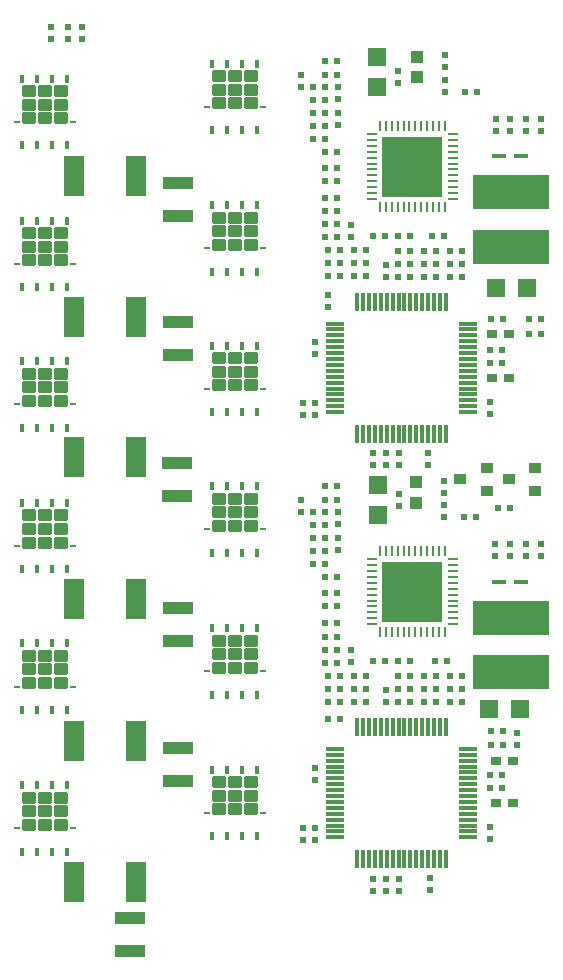
<source format=gbr>
G04 Layer_Color=8421504*
%FSLAX26Y26*%
%MOIN*%
%TF.FileFunction,Paste,Top*%
%TF.Part,Single*%
G01*
G75*
%TA.AperFunction,SMDPad,CuDef*%
%ADD12R,0.023622X0.023622*%
%ADD13R,0.023622X0.023622*%
%ADD14R,0.098425X0.039370*%
%ADD15R,0.039370X0.037402*%
%ADD16R,0.011811X0.062992*%
%ADD17R,0.062992X0.011811*%
%ADD18R,0.037992X0.031496*%
%ADD19O,0.009842X0.033465*%
%ADD20O,0.033465X0.009842*%
%ADD21R,0.202756X0.202756*%
%ADD22R,0.070866X0.133858*%
%ADD23R,0.039370X0.043307*%
%ADD24R,0.059055X0.059055*%
%ADD25R,0.059055X0.059055*%
%ADD26R,0.047244X0.017716*%
%ADD27R,0.255905X0.118110*%
%TA.AperFunction,OtherPad,Pad Q6B-9 (4133.366mil,2597.244mil)*%
G04:AMPARAMS|DCode=77|XSize=9.842mil|YSize=21.85mil|CornerRadius=1.968mil|HoleSize=0mil|Usage=FLASHONLY|Rotation=90.000|XOffset=0mil|YOffset=0mil|HoleType=Round|Shape=RoundedRectangle|*
%AMROUNDEDRECTD77*
21,1,0.009842,0.017913,0,0,90.0*
21,1,0.005905,0.021850,0,0,90.0*
1,1,0.003937,0.008957,0.002953*
1,1,0.003937,0.008957,-0.002953*
1,1,0.003937,-0.008957,-0.002953*
1,1,0.003937,-0.008957,0.002953*
%
%ADD77ROUNDEDRECTD77*%
%TA.AperFunction,OtherPad,Pad Q6B-9 (4320.177mil,2597.244mil)*%
G04:AMPARAMS|DCode=78|XSize=9.842mil|YSize=21.85mil|CornerRadius=1.968mil|HoleSize=0mil|Usage=FLASHONLY|Rotation=90.000|XOffset=0mil|YOffset=0mil|HoleType=Round|Shape=RoundedRectangle|*
%AMROUNDEDRECTD78*
21,1,0.009842,0.017913,0,0,90.0*
21,1,0.005905,0.021850,0,0,90.0*
1,1,0.003937,0.008957,0.002953*
1,1,0.003937,0.008957,-0.002953*
1,1,0.003937,-0.008957,-0.002953*
1,1,0.003937,-0.008957,0.002953*
%
%ADD78ROUNDEDRECTD78*%
%TA.AperFunction,OtherPad,Pad Q6A-9 (4133.366mil,4010.63mil)*%
G04:AMPARAMS|DCode=80|XSize=9.842mil|YSize=21.85mil|CornerRadius=1.968mil|HoleSize=0mil|Usage=FLASHONLY|Rotation=90.000|XOffset=0mil|YOffset=0mil|HoleType=Round|Shape=RoundedRectangle|*
%AMROUNDEDRECTD80*
21,1,0.009842,0.017913,0,0,90.0*
21,1,0.005905,0.021850,0,0,90.0*
1,1,0.003937,0.008957,0.002953*
1,1,0.003937,0.008957,-0.002953*
1,1,0.003937,-0.008957,-0.002953*
1,1,0.003937,-0.008957,0.002953*
%
%ADD80ROUNDEDRECTD80*%
%TA.AperFunction,OtherPad,Pad Q6A-9 (4320.177mil,4010.63mil)*%
G04:AMPARAMS|DCode=81|XSize=9.842mil|YSize=21.85mil|CornerRadius=1.968mil|HoleSize=0mil|Usage=FLASHONLY|Rotation=90.000|XOffset=0mil|YOffset=0mil|HoleType=Round|Shape=RoundedRectangle|*
%AMROUNDEDRECTD81*
21,1,0.009842,0.017913,0,0,90.0*
21,1,0.005905,0.021850,0,0,90.0*
1,1,0.003937,0.008957,0.002953*
1,1,0.003937,0.008957,-0.002953*
1,1,0.003937,-0.008957,-0.002953*
1,1,0.003937,-0.008957,0.002953*
%
%ADD81ROUNDEDRECTD81*%
%TA.AperFunction,OtherPad,Pad Q5B-9 (4767.224mil,2648.425mil)*%
G04:AMPARAMS|DCode=83|XSize=9.842mil|YSize=21.85mil|CornerRadius=1.968mil|HoleSize=0mil|Usage=FLASHONLY|Rotation=90.000|XOffset=0mil|YOffset=0mil|HoleType=Round|Shape=RoundedRectangle|*
%AMROUNDEDRECTD83*
21,1,0.009842,0.017913,0,0,90.0*
21,1,0.005905,0.021850,0,0,90.0*
1,1,0.003937,0.008957,0.002953*
1,1,0.003937,0.008957,-0.002953*
1,1,0.003937,-0.008957,-0.002953*
1,1,0.003937,-0.008957,0.002953*
%
%ADD83ROUNDEDRECTD83*%
%TA.AperFunction,OtherPad,Pad Q5B-9 (4954.035mil,2648.425mil)*%
G04:AMPARAMS|DCode=84|XSize=9.842mil|YSize=21.85mil|CornerRadius=1.968mil|HoleSize=0mil|Usage=FLASHONLY|Rotation=90.000|XOffset=0mil|YOffset=0mil|HoleType=Round|Shape=RoundedRectangle|*
%AMROUNDEDRECTD84*
21,1,0.009842,0.017913,0,0,90.0*
21,1,0.005905,0.021850,0,0,90.0*
1,1,0.003937,0.008957,0.002953*
1,1,0.003937,0.008957,-0.002953*
1,1,0.003937,-0.008957,-0.002953*
1,1,0.003937,-0.008957,0.002953*
%
%ADD84ROUNDEDRECTD84*%
%TA.AperFunction,OtherPad,Pad Q5A-9 (4767.224mil,4061.811mil)*%
G04:AMPARAMS|DCode=86|XSize=9.842mil|YSize=21.85mil|CornerRadius=1.968mil|HoleSize=0mil|Usage=FLASHONLY|Rotation=90.000|XOffset=0mil|YOffset=0mil|HoleType=Round|Shape=RoundedRectangle|*
%AMROUNDEDRECTD86*
21,1,0.009842,0.017913,0,0,90.0*
21,1,0.005905,0.021850,0,0,90.0*
1,1,0.003937,0.008957,0.002953*
1,1,0.003937,0.008957,-0.002953*
1,1,0.003937,-0.008957,-0.002953*
1,1,0.003937,-0.008957,0.002953*
%
%ADD86ROUNDEDRECTD86*%
%TA.AperFunction,OtherPad,Pad Q5A-9 (4954.035mil,4061.811mil)*%
G04:AMPARAMS|DCode=87|XSize=9.842mil|YSize=21.85mil|CornerRadius=1.968mil|HoleSize=0mil|Usage=FLASHONLY|Rotation=90.000|XOffset=0mil|YOffset=0mil|HoleType=Round|Shape=RoundedRectangle|*
%AMROUNDEDRECTD87*
21,1,0.009842,0.017913,0,0,90.0*
21,1,0.005905,0.021850,0,0,90.0*
1,1,0.003937,0.008957,0.002953*
1,1,0.003937,0.008957,-0.002953*
1,1,0.003937,-0.008957,-0.002953*
1,1,0.003937,-0.008957,0.002953*
%
%ADD87ROUNDEDRECTD87*%
%TA.AperFunction,OtherPad,Pad Q4B-9 (4133.366mil,3069.685mil)*%
G04:AMPARAMS|DCode=89|XSize=9.842mil|YSize=21.85mil|CornerRadius=1.968mil|HoleSize=0mil|Usage=FLASHONLY|Rotation=90.000|XOffset=0mil|YOffset=0mil|HoleType=Round|Shape=RoundedRectangle|*
%AMROUNDEDRECTD89*
21,1,0.009842,0.017913,0,0,90.0*
21,1,0.005905,0.021850,0,0,90.0*
1,1,0.003937,0.008957,0.002953*
1,1,0.003937,0.008957,-0.002953*
1,1,0.003937,-0.008957,-0.002953*
1,1,0.003937,-0.008957,0.002953*
%
%ADD89ROUNDEDRECTD89*%
%TA.AperFunction,OtherPad,Pad Q4B-9 (4320.177mil,3069.685mil)*%
G04:AMPARAMS|DCode=90|XSize=9.842mil|YSize=21.85mil|CornerRadius=1.968mil|HoleSize=0mil|Usage=FLASHONLY|Rotation=90.000|XOffset=0mil|YOffset=0mil|HoleType=Round|Shape=RoundedRectangle|*
%AMROUNDEDRECTD90*
21,1,0.009842,0.017913,0,0,90.0*
21,1,0.005905,0.021850,0,0,90.0*
1,1,0.003937,0.008957,0.002953*
1,1,0.003937,0.008957,-0.002953*
1,1,0.003937,-0.008957,-0.002953*
1,1,0.003937,-0.008957,0.002953*
%
%ADD90ROUNDEDRECTD90*%
%TA.AperFunction,OtherPad,Pad Q4A-9 (4133.366mil,4479.134mil)*%
G04:AMPARAMS|DCode=92|XSize=9.842mil|YSize=21.85mil|CornerRadius=1.968mil|HoleSize=0mil|Usage=FLASHONLY|Rotation=90.000|XOffset=0mil|YOffset=0mil|HoleType=Round|Shape=RoundedRectangle|*
%AMROUNDEDRECTD92*
21,1,0.009842,0.017913,0,0,90.0*
21,1,0.005905,0.021850,0,0,90.0*
1,1,0.003937,0.008957,0.002953*
1,1,0.003937,0.008957,-0.002953*
1,1,0.003937,-0.008957,-0.002953*
1,1,0.003937,-0.008957,0.002953*
%
%ADD92ROUNDEDRECTD92*%
%TA.AperFunction,OtherPad,Pad Q4A-9 (4320.177mil,4479.134mil)*%
G04:AMPARAMS|DCode=93|XSize=9.842mil|YSize=21.85mil|CornerRadius=1.968mil|HoleSize=0mil|Usage=FLASHONLY|Rotation=90.000|XOffset=0mil|YOffset=0mil|HoleType=Round|Shape=RoundedRectangle|*
%AMROUNDEDRECTD93*
21,1,0.009842,0.017913,0,0,90.0*
21,1,0.005905,0.021850,0,0,90.0*
1,1,0.003937,0.008957,0.002953*
1,1,0.003937,0.008957,-0.002953*
1,1,0.003937,-0.008957,-0.002953*
1,1,0.003937,-0.008957,0.002953*
%
%ADD93ROUNDEDRECTD93*%
%TA.AperFunction,OtherPad,Pad Q3B-9 (4767.224mil,3120.866mil)*%
G04:AMPARAMS|DCode=95|XSize=9.842mil|YSize=21.85mil|CornerRadius=1.968mil|HoleSize=0mil|Usage=FLASHONLY|Rotation=90.000|XOffset=0mil|YOffset=0mil|HoleType=Round|Shape=RoundedRectangle|*
%AMROUNDEDRECTD95*
21,1,0.009842,0.017913,0,0,90.0*
21,1,0.005905,0.021850,0,0,90.0*
1,1,0.003937,0.008957,0.002953*
1,1,0.003937,0.008957,-0.002953*
1,1,0.003937,-0.008957,-0.002953*
1,1,0.003937,-0.008957,0.002953*
%
%ADD95ROUNDEDRECTD95*%
%TA.AperFunction,OtherPad,Pad Q3B-9 (4954.035mil,3120.866mil)*%
G04:AMPARAMS|DCode=96|XSize=9.842mil|YSize=21.85mil|CornerRadius=1.968mil|HoleSize=0mil|Usage=FLASHONLY|Rotation=90.000|XOffset=0mil|YOffset=0mil|HoleType=Round|Shape=RoundedRectangle|*
%AMROUNDEDRECTD96*
21,1,0.009842,0.017913,0,0,90.0*
21,1,0.005905,0.021850,0,0,90.0*
1,1,0.003937,0.008957,0.002953*
1,1,0.003937,0.008957,-0.002953*
1,1,0.003937,-0.008957,-0.002953*
1,1,0.003937,-0.008957,0.002953*
%
%ADD96ROUNDEDRECTD96*%
%TA.AperFunction,OtherPad,Pad Q3A-9 (4767.224mil,4530.315mil)*%
G04:AMPARAMS|DCode=98|XSize=9.842mil|YSize=21.85mil|CornerRadius=1.968mil|HoleSize=0mil|Usage=FLASHONLY|Rotation=90.000|XOffset=0mil|YOffset=0mil|HoleType=Round|Shape=RoundedRectangle|*
%AMROUNDEDRECTD98*
21,1,0.009842,0.017913,0,0,90.0*
21,1,0.005905,0.021850,0,0,90.0*
1,1,0.003937,0.008957,0.002953*
1,1,0.003937,0.008957,-0.002953*
1,1,0.003937,-0.008957,-0.002953*
1,1,0.003937,-0.008957,0.002953*
%
%ADD98ROUNDEDRECTD98*%
%TA.AperFunction,OtherPad,Pad Q3A-9 (4954.035mil,4530.315mil)*%
G04:AMPARAMS|DCode=99|XSize=9.842mil|YSize=21.85mil|CornerRadius=1.968mil|HoleSize=0mil|Usage=FLASHONLY|Rotation=90.000|XOffset=0mil|YOffset=0mil|HoleType=Round|Shape=RoundedRectangle|*
%AMROUNDEDRECTD99*
21,1,0.009842,0.017913,0,0,90.0*
21,1,0.005905,0.021850,0,0,90.0*
1,1,0.003937,0.008957,0.002953*
1,1,0.003937,0.008957,-0.002953*
1,1,0.003937,-0.008957,-0.002953*
1,1,0.003937,-0.008957,0.002953*
%
%ADD99ROUNDEDRECTD99*%
%TA.AperFunction,OtherPad,Pad Q2B-9 (4133.366mil,3538.189mil)*%
G04:AMPARAMS|DCode=101|XSize=9.842mil|YSize=21.85mil|CornerRadius=1.968mil|HoleSize=0mil|Usage=FLASHONLY|Rotation=90.000|XOffset=0mil|YOffset=0mil|HoleType=Round|Shape=RoundedRectangle|*
%AMROUNDEDRECTD101*
21,1,0.009842,0.017913,0,0,90.0*
21,1,0.005905,0.021850,0,0,90.0*
1,1,0.003937,0.008957,0.002953*
1,1,0.003937,0.008957,-0.002953*
1,1,0.003937,-0.008957,-0.002953*
1,1,0.003937,-0.008957,0.002953*
%
%ADD101ROUNDEDRECTD101*%
%TA.AperFunction,OtherPad,Pad Q2B-9 (4320.177mil,3538.189mil)*%
G04:AMPARAMS|DCode=102|XSize=9.842mil|YSize=21.85mil|CornerRadius=1.968mil|HoleSize=0mil|Usage=FLASHONLY|Rotation=90.000|XOffset=0mil|YOffset=0mil|HoleType=Round|Shape=RoundedRectangle|*
%AMROUNDEDRECTD102*
21,1,0.009842,0.017913,0,0,90.0*
21,1,0.005905,0.021850,0,0,90.0*
1,1,0.003937,0.008957,0.002953*
1,1,0.003937,0.008957,-0.002953*
1,1,0.003937,-0.008957,-0.002953*
1,1,0.003937,-0.008957,0.002953*
%
%ADD102ROUNDEDRECTD102*%
%TA.AperFunction,OtherPad,Pad Q2A-9 (4133.366mil,4951.575mil)*%
G04:AMPARAMS|DCode=104|XSize=9.842mil|YSize=21.85mil|CornerRadius=1.968mil|HoleSize=0mil|Usage=FLASHONLY|Rotation=90.000|XOffset=0mil|YOffset=0mil|HoleType=Round|Shape=RoundedRectangle|*
%AMROUNDEDRECTD104*
21,1,0.009842,0.017913,0,0,90.0*
21,1,0.005905,0.021850,0,0,90.0*
1,1,0.003937,0.008957,0.002953*
1,1,0.003937,0.008957,-0.002953*
1,1,0.003937,-0.008957,-0.002953*
1,1,0.003937,-0.008957,0.002953*
%
%ADD104ROUNDEDRECTD104*%
%TA.AperFunction,OtherPad,Pad Q2A-9 (4320.177mil,4951.575mil)*%
G04:AMPARAMS|DCode=105|XSize=9.842mil|YSize=21.85mil|CornerRadius=1.968mil|HoleSize=0mil|Usage=FLASHONLY|Rotation=90.000|XOffset=0mil|YOffset=0mil|HoleType=Round|Shape=RoundedRectangle|*
%AMROUNDEDRECTD105*
21,1,0.009842,0.017913,0,0,90.0*
21,1,0.005905,0.021850,0,0,90.0*
1,1,0.003937,0.008957,0.002953*
1,1,0.003937,0.008957,-0.002953*
1,1,0.003937,-0.008957,-0.002953*
1,1,0.003937,-0.008957,0.002953*
%
%ADD105ROUNDEDRECTD105*%
%TA.AperFunction,OtherPad,Pad Q1B-9 (4767.224mil,3593.307mil)*%
G04:AMPARAMS|DCode=107|XSize=9.842mil|YSize=21.85mil|CornerRadius=1.968mil|HoleSize=0mil|Usage=FLASHONLY|Rotation=90.000|XOffset=0mil|YOffset=0mil|HoleType=Round|Shape=RoundedRectangle|*
%AMROUNDEDRECTD107*
21,1,0.009842,0.017913,0,0,90.0*
21,1,0.005905,0.021850,0,0,90.0*
1,1,0.003937,0.008957,0.002953*
1,1,0.003937,0.008957,-0.002953*
1,1,0.003937,-0.008957,-0.002953*
1,1,0.003937,-0.008957,0.002953*
%
%ADD107ROUNDEDRECTD107*%
%TA.AperFunction,OtherPad,Pad Q1B-9 (4954.035mil,3593.307mil)*%
G04:AMPARAMS|DCode=108|XSize=9.842mil|YSize=21.85mil|CornerRadius=1.968mil|HoleSize=0mil|Usage=FLASHONLY|Rotation=90.000|XOffset=0mil|YOffset=0mil|HoleType=Round|Shape=RoundedRectangle|*
%AMROUNDEDRECTD108*
21,1,0.009842,0.017913,0,0,90.0*
21,1,0.005905,0.021850,0,0,90.0*
1,1,0.003937,0.008957,0.002953*
1,1,0.003937,0.008957,-0.002953*
1,1,0.003937,-0.008957,-0.002953*
1,1,0.003937,-0.008957,0.002953*
%
%ADD108ROUNDEDRECTD108*%
%TA.AperFunction,OtherPad,Pad Q1A-9 (4767.224mil,5002.756mil)*%
G04:AMPARAMS|DCode=110|XSize=9.842mil|YSize=21.85mil|CornerRadius=1.968mil|HoleSize=0mil|Usage=FLASHONLY|Rotation=90.000|XOffset=0mil|YOffset=0mil|HoleType=Round|Shape=RoundedRectangle|*
%AMROUNDEDRECTD110*
21,1,0.009842,0.017913,0,0,90.0*
21,1,0.005905,0.021850,0,0,90.0*
1,1,0.003937,0.008957,0.002953*
1,1,0.003937,0.008957,-0.002953*
1,1,0.003937,-0.008957,-0.002953*
1,1,0.003937,-0.008957,0.002953*
%
%ADD110ROUNDEDRECTD110*%
%TA.AperFunction,OtherPad,Pad Q1A-9 (4954.035mil,5002.756mil)*%
G04:AMPARAMS|DCode=111|XSize=9.842mil|YSize=21.85mil|CornerRadius=1.968mil|HoleSize=0mil|Usage=FLASHONLY|Rotation=90.000|XOffset=0mil|YOffset=0mil|HoleType=Round|Shape=RoundedRectangle|*
%AMROUNDEDRECTD111*
21,1,0.009842,0.017913,0,0,90.0*
21,1,0.005905,0.021850,0,0,90.0*
1,1,0.003937,0.008957,0.002953*
1,1,0.003937,0.008957,-0.002953*
1,1,0.003937,-0.008957,-0.002953*
1,1,0.003937,-0.008957,0.002953*
%
%ADD111ROUNDEDRECTD111*%
%TA.AperFunction,SMDPad,SMDef*%
G04:AMPARAMS|DCode=114|XSize=29.921mil|YSize=16.142mil|CornerRadius=1.947mil|HoleSize=0mil|Usage=FLASHONLY|Rotation=90.000|XOffset=0mil|YOffset=0mil|HoleType=Round|Shape=RoundedRectangle|*
%AMROUNDEDRECTD114*
21,1,0.029921,0.012248,0,0,90.0*
21,1,0.026028,0.016142,0,0,90.0*
1,1,0.003894,0.006124,0.013014*
1,1,0.003894,0.006124,-0.013014*
1,1,0.003894,-0.006124,-0.013014*
1,1,0.003894,-0.006124,0.013014*
%
%ADD114ROUNDEDRECTD114*%
%TA.AperFunction,OtherPad,Pad Q6B-9 (4226.772mil,2654.134mil)*%
G04:AMPARAMS|DCode=143|XSize=37.402mil|YSize=44.488mil|CornerRadius=2.057mil|HoleSize=0mil|Usage=FLASHONLY|Rotation=90.000|XOffset=0mil|YOffset=0mil|HoleType=Round|Shape=RoundedRectangle|*
%AMROUNDEDRECTD143*
21,1,0.037402,0.040374,0,0,90.0*
21,1,0.033287,0.044488,0,0,90.0*
1,1,0.004114,0.020187,0.016644*
1,1,0.004114,0.020187,-0.016644*
1,1,0.004114,-0.020187,-0.016644*
1,1,0.004114,-0.020187,0.016644*
%
%ADD143ROUNDEDRECTD143*%
%TA.AperFunction,OtherPad,Pad Q6B-9 (4226.772mil,2608.858mil)*%
G04:AMPARAMS|DCode=144|XSize=37.402mil|YSize=44.488mil|CornerRadius=2.057mil|HoleSize=0mil|Usage=FLASHONLY|Rotation=90.000|XOffset=0mil|YOffset=0mil|HoleType=Round|Shape=RoundedRectangle|*
%AMROUNDEDRECTD144*
21,1,0.037402,0.040374,0,0,90.0*
21,1,0.033287,0.044488,0,0,90.0*
1,1,0.004114,0.020187,0.016644*
1,1,0.004114,0.020187,-0.016644*
1,1,0.004114,-0.020187,-0.016644*
1,1,0.004114,-0.020187,0.016644*
%
%ADD144ROUNDEDRECTD144*%
%TA.AperFunction,OtherPad,Pad Q6B-9 (4226.772mil,2699.409mil)*%
G04:AMPARAMS|DCode=145|XSize=37.402mil|YSize=44.488mil|CornerRadius=2.057mil|HoleSize=0mil|Usage=FLASHONLY|Rotation=90.000|XOffset=0mil|YOffset=0mil|HoleType=Round|Shape=RoundedRectangle|*
%AMROUNDEDRECTD145*
21,1,0.037402,0.040374,0,0,90.0*
21,1,0.033287,0.044488,0,0,90.0*
1,1,0.004114,0.020187,0.016644*
1,1,0.004114,0.020187,-0.016644*
1,1,0.004114,-0.020187,-0.016644*
1,1,0.004114,-0.020187,0.016644*
%
%ADD145ROUNDEDRECTD145*%
%TA.AperFunction,OtherPad,Pad Q6B-9 (4174.409mil,2699.409mil)*%
G04:AMPARAMS|DCode=146|XSize=37.402mil|YSize=44.488mil|CornerRadius=2.057mil|HoleSize=0mil|Usage=FLASHONLY|Rotation=90.000|XOffset=0mil|YOffset=0mil|HoleType=Round|Shape=RoundedRectangle|*
%AMROUNDEDRECTD146*
21,1,0.037402,0.040374,0,0,90.0*
21,1,0.033287,0.044488,0,0,90.0*
1,1,0.004114,0.020187,0.016644*
1,1,0.004114,0.020187,-0.016644*
1,1,0.004114,-0.020187,-0.016644*
1,1,0.004114,-0.020187,0.016644*
%
%ADD146ROUNDEDRECTD146*%
%TA.AperFunction,OtherPad,Pad Q6B-9 (4174.409mil,2608.858mil)*%
G04:AMPARAMS|DCode=147|XSize=37.402mil|YSize=44.488mil|CornerRadius=2.057mil|HoleSize=0mil|Usage=FLASHONLY|Rotation=90.000|XOffset=0mil|YOffset=0mil|HoleType=Round|Shape=RoundedRectangle|*
%AMROUNDEDRECTD147*
21,1,0.037402,0.040374,0,0,90.0*
21,1,0.033287,0.044488,0,0,90.0*
1,1,0.004114,0.020187,0.016644*
1,1,0.004114,0.020187,-0.016644*
1,1,0.004114,-0.020187,-0.016644*
1,1,0.004114,-0.020187,0.016644*
%
%ADD147ROUNDEDRECTD147*%
%TA.AperFunction,OtherPad,Pad Q6B-9 (4174.409mil,2654.134mil)*%
G04:AMPARAMS|DCode=148|XSize=37.402mil|YSize=44.488mil|CornerRadius=2.057mil|HoleSize=0mil|Usage=FLASHONLY|Rotation=90.000|XOffset=0mil|YOffset=0mil|HoleType=Round|Shape=RoundedRectangle|*
%AMROUNDEDRECTD148*
21,1,0.037402,0.040374,0,0,90.0*
21,1,0.033287,0.044488,0,0,90.0*
1,1,0.004114,0.020187,0.016644*
1,1,0.004114,0.020187,-0.016644*
1,1,0.004114,-0.020187,-0.016644*
1,1,0.004114,-0.020187,0.016644*
%
%ADD148ROUNDEDRECTD148*%
%TA.AperFunction,OtherPad,Pad Q6B-9 (4279.134mil,2699.409mil)*%
G04:AMPARAMS|DCode=149|XSize=37.402mil|YSize=44.488mil|CornerRadius=2.057mil|HoleSize=0mil|Usage=FLASHONLY|Rotation=90.000|XOffset=0mil|YOffset=0mil|HoleType=Round|Shape=RoundedRectangle|*
%AMROUNDEDRECTD149*
21,1,0.037402,0.040374,0,0,90.0*
21,1,0.033287,0.044488,0,0,90.0*
1,1,0.004114,0.020187,0.016644*
1,1,0.004114,0.020187,-0.016644*
1,1,0.004114,-0.020187,-0.016644*
1,1,0.004114,-0.020187,0.016644*
%
%ADD149ROUNDEDRECTD149*%
%TA.AperFunction,OtherPad,Pad Q6B-9 (4279.134mil,2608.858mil)*%
G04:AMPARAMS|DCode=150|XSize=37.402mil|YSize=44.488mil|CornerRadius=2.057mil|HoleSize=0mil|Usage=FLASHONLY|Rotation=90.000|XOffset=0mil|YOffset=0mil|HoleType=Round|Shape=RoundedRectangle|*
%AMROUNDEDRECTD150*
21,1,0.037402,0.040374,0,0,90.0*
21,1,0.033287,0.044488,0,0,90.0*
1,1,0.004114,0.020187,0.016644*
1,1,0.004114,0.020187,-0.016644*
1,1,0.004114,-0.020187,-0.016644*
1,1,0.004114,-0.020187,0.016644*
%
%ADD150ROUNDEDRECTD150*%
%TA.AperFunction,OtherPad,Pad Q6B-9 (4279.134mil,2654.134mil)*%
G04:AMPARAMS|DCode=151|XSize=37.402mil|YSize=44.488mil|CornerRadius=2.057mil|HoleSize=0mil|Usage=FLASHONLY|Rotation=90.000|XOffset=0mil|YOffset=0mil|HoleType=Round|Shape=RoundedRectangle|*
%AMROUNDEDRECTD151*
21,1,0.037402,0.040374,0,0,90.0*
21,1,0.033287,0.044488,0,0,90.0*
1,1,0.004114,0.020187,0.016644*
1,1,0.004114,0.020187,-0.016644*
1,1,0.004114,-0.020187,-0.016644*
1,1,0.004114,-0.020187,0.016644*
%
%ADD151ROUNDEDRECTD151*%
%TA.AperFunction,OtherPad,Pad Q6A-9 (4226.772mil,4067.52mil)*%
G04:AMPARAMS|DCode=152|XSize=37.402mil|YSize=44.488mil|CornerRadius=2.057mil|HoleSize=0mil|Usage=FLASHONLY|Rotation=90.000|XOffset=0mil|YOffset=0mil|HoleType=Round|Shape=RoundedRectangle|*
%AMROUNDEDRECTD152*
21,1,0.037402,0.040374,0,0,90.0*
21,1,0.033287,0.044488,0,0,90.0*
1,1,0.004114,0.020187,0.016644*
1,1,0.004114,0.020187,-0.016644*
1,1,0.004114,-0.020187,-0.016644*
1,1,0.004114,-0.020187,0.016644*
%
%ADD152ROUNDEDRECTD152*%
%TA.AperFunction,OtherPad,Pad Q6A-9 (4226.772mil,4022.244mil)*%
G04:AMPARAMS|DCode=153|XSize=37.402mil|YSize=44.488mil|CornerRadius=2.057mil|HoleSize=0mil|Usage=FLASHONLY|Rotation=90.000|XOffset=0mil|YOffset=0mil|HoleType=Round|Shape=RoundedRectangle|*
%AMROUNDEDRECTD153*
21,1,0.037402,0.040374,0,0,90.0*
21,1,0.033287,0.044488,0,0,90.0*
1,1,0.004114,0.020187,0.016644*
1,1,0.004114,0.020187,-0.016644*
1,1,0.004114,-0.020187,-0.016644*
1,1,0.004114,-0.020187,0.016644*
%
%ADD153ROUNDEDRECTD153*%
%TA.AperFunction,OtherPad,Pad Q6A-9 (4226.772mil,4112.795mil)*%
G04:AMPARAMS|DCode=154|XSize=37.402mil|YSize=44.488mil|CornerRadius=2.057mil|HoleSize=0mil|Usage=FLASHONLY|Rotation=90.000|XOffset=0mil|YOffset=0mil|HoleType=Round|Shape=RoundedRectangle|*
%AMROUNDEDRECTD154*
21,1,0.037402,0.040374,0,0,90.0*
21,1,0.033287,0.044488,0,0,90.0*
1,1,0.004114,0.020187,0.016644*
1,1,0.004114,0.020187,-0.016644*
1,1,0.004114,-0.020187,-0.016644*
1,1,0.004114,-0.020187,0.016644*
%
%ADD154ROUNDEDRECTD154*%
%TA.AperFunction,OtherPad,Pad Q6A-9 (4174.409mil,4112.795mil)*%
G04:AMPARAMS|DCode=155|XSize=37.402mil|YSize=44.488mil|CornerRadius=2.057mil|HoleSize=0mil|Usage=FLASHONLY|Rotation=90.000|XOffset=0mil|YOffset=0mil|HoleType=Round|Shape=RoundedRectangle|*
%AMROUNDEDRECTD155*
21,1,0.037402,0.040374,0,0,90.0*
21,1,0.033287,0.044488,0,0,90.0*
1,1,0.004114,0.020187,0.016644*
1,1,0.004114,0.020187,-0.016644*
1,1,0.004114,-0.020187,-0.016644*
1,1,0.004114,-0.020187,0.016644*
%
%ADD155ROUNDEDRECTD155*%
%TA.AperFunction,OtherPad,Pad Q6A-9 (4174.409mil,4022.244mil)*%
G04:AMPARAMS|DCode=156|XSize=37.402mil|YSize=44.488mil|CornerRadius=2.057mil|HoleSize=0mil|Usage=FLASHONLY|Rotation=90.000|XOffset=0mil|YOffset=0mil|HoleType=Round|Shape=RoundedRectangle|*
%AMROUNDEDRECTD156*
21,1,0.037402,0.040374,0,0,90.0*
21,1,0.033287,0.044488,0,0,90.0*
1,1,0.004114,0.020187,0.016644*
1,1,0.004114,0.020187,-0.016644*
1,1,0.004114,-0.020187,-0.016644*
1,1,0.004114,-0.020187,0.016644*
%
%ADD156ROUNDEDRECTD156*%
%TA.AperFunction,OtherPad,Pad Q6A-9 (4174.409mil,4067.52mil)*%
G04:AMPARAMS|DCode=157|XSize=37.402mil|YSize=44.488mil|CornerRadius=2.057mil|HoleSize=0mil|Usage=FLASHONLY|Rotation=90.000|XOffset=0mil|YOffset=0mil|HoleType=Round|Shape=RoundedRectangle|*
%AMROUNDEDRECTD157*
21,1,0.037402,0.040374,0,0,90.0*
21,1,0.033287,0.044488,0,0,90.0*
1,1,0.004114,0.020187,0.016644*
1,1,0.004114,0.020187,-0.016644*
1,1,0.004114,-0.020187,-0.016644*
1,1,0.004114,-0.020187,0.016644*
%
%ADD157ROUNDEDRECTD157*%
%TA.AperFunction,OtherPad,Pad Q6A-9 (4279.134mil,4112.795mil)*%
G04:AMPARAMS|DCode=158|XSize=37.402mil|YSize=44.488mil|CornerRadius=2.057mil|HoleSize=0mil|Usage=FLASHONLY|Rotation=90.000|XOffset=0mil|YOffset=0mil|HoleType=Round|Shape=RoundedRectangle|*
%AMROUNDEDRECTD158*
21,1,0.037402,0.040374,0,0,90.0*
21,1,0.033287,0.044488,0,0,90.0*
1,1,0.004114,0.020187,0.016644*
1,1,0.004114,0.020187,-0.016644*
1,1,0.004114,-0.020187,-0.016644*
1,1,0.004114,-0.020187,0.016644*
%
%ADD158ROUNDEDRECTD158*%
%TA.AperFunction,OtherPad,Pad Q6A-9 (4279.134mil,4022.244mil)*%
G04:AMPARAMS|DCode=159|XSize=37.402mil|YSize=44.488mil|CornerRadius=2.057mil|HoleSize=0mil|Usage=FLASHONLY|Rotation=90.000|XOffset=0mil|YOffset=0mil|HoleType=Round|Shape=RoundedRectangle|*
%AMROUNDEDRECTD159*
21,1,0.037402,0.040374,0,0,90.0*
21,1,0.033287,0.044488,0,0,90.0*
1,1,0.004114,0.020187,0.016644*
1,1,0.004114,0.020187,-0.016644*
1,1,0.004114,-0.020187,-0.016644*
1,1,0.004114,-0.020187,0.016644*
%
%ADD159ROUNDEDRECTD159*%
%TA.AperFunction,OtherPad,Pad Q6A-9 (4279.134mil,4067.52mil)*%
G04:AMPARAMS|DCode=160|XSize=37.402mil|YSize=44.488mil|CornerRadius=2.057mil|HoleSize=0mil|Usage=FLASHONLY|Rotation=90.000|XOffset=0mil|YOffset=0mil|HoleType=Round|Shape=RoundedRectangle|*
%AMROUNDEDRECTD160*
21,1,0.037402,0.040374,0,0,90.0*
21,1,0.033287,0.044488,0,0,90.0*
1,1,0.004114,0.020187,0.016644*
1,1,0.004114,0.020187,-0.016644*
1,1,0.004114,-0.020187,-0.016644*
1,1,0.004114,-0.020187,0.016644*
%
%ADD160ROUNDEDRECTD160*%
%TA.AperFunction,OtherPad,Pad Q5B-9 (4860.63mil,2705.315mil)*%
G04:AMPARAMS|DCode=161|XSize=37.402mil|YSize=44.488mil|CornerRadius=2.057mil|HoleSize=0mil|Usage=FLASHONLY|Rotation=90.000|XOffset=0mil|YOffset=0mil|HoleType=Round|Shape=RoundedRectangle|*
%AMROUNDEDRECTD161*
21,1,0.037402,0.040374,0,0,90.0*
21,1,0.033287,0.044488,0,0,90.0*
1,1,0.004114,0.020187,0.016644*
1,1,0.004114,0.020187,-0.016644*
1,1,0.004114,-0.020187,-0.016644*
1,1,0.004114,-0.020187,0.016644*
%
%ADD161ROUNDEDRECTD161*%
%TA.AperFunction,OtherPad,Pad Q5B-9 (4860.63mil,2660.039mil)*%
G04:AMPARAMS|DCode=162|XSize=37.402mil|YSize=44.488mil|CornerRadius=2.057mil|HoleSize=0mil|Usage=FLASHONLY|Rotation=90.000|XOffset=0mil|YOffset=0mil|HoleType=Round|Shape=RoundedRectangle|*
%AMROUNDEDRECTD162*
21,1,0.037402,0.040374,0,0,90.0*
21,1,0.033287,0.044488,0,0,90.0*
1,1,0.004114,0.020187,0.016644*
1,1,0.004114,0.020187,-0.016644*
1,1,0.004114,-0.020187,-0.016644*
1,1,0.004114,-0.020187,0.016644*
%
%ADD162ROUNDEDRECTD162*%
%TA.AperFunction,OtherPad,Pad Q5B-9 (4860.63mil,2750.59mil)*%
G04:AMPARAMS|DCode=163|XSize=37.402mil|YSize=44.488mil|CornerRadius=2.057mil|HoleSize=0mil|Usage=FLASHONLY|Rotation=90.000|XOffset=0mil|YOffset=0mil|HoleType=Round|Shape=RoundedRectangle|*
%AMROUNDEDRECTD163*
21,1,0.037402,0.040374,0,0,90.0*
21,1,0.033287,0.044488,0,0,90.0*
1,1,0.004114,0.020187,0.016644*
1,1,0.004114,0.020187,-0.016644*
1,1,0.004114,-0.020187,-0.016644*
1,1,0.004114,-0.020187,0.016644*
%
%ADD163ROUNDEDRECTD163*%
%TA.AperFunction,OtherPad,Pad Q5B-9 (4808.268mil,2750.59mil)*%
G04:AMPARAMS|DCode=164|XSize=37.402mil|YSize=44.488mil|CornerRadius=2.057mil|HoleSize=0mil|Usage=FLASHONLY|Rotation=90.000|XOffset=0mil|YOffset=0mil|HoleType=Round|Shape=RoundedRectangle|*
%AMROUNDEDRECTD164*
21,1,0.037402,0.040374,0,0,90.0*
21,1,0.033287,0.044488,0,0,90.0*
1,1,0.004114,0.020187,0.016644*
1,1,0.004114,0.020187,-0.016644*
1,1,0.004114,-0.020187,-0.016644*
1,1,0.004114,-0.020187,0.016644*
%
%ADD164ROUNDEDRECTD164*%
%TA.AperFunction,OtherPad,Pad Q5B-9 (4808.268mil,2660.039mil)*%
G04:AMPARAMS|DCode=165|XSize=37.402mil|YSize=44.488mil|CornerRadius=2.057mil|HoleSize=0mil|Usage=FLASHONLY|Rotation=90.000|XOffset=0mil|YOffset=0mil|HoleType=Round|Shape=RoundedRectangle|*
%AMROUNDEDRECTD165*
21,1,0.037402,0.040374,0,0,90.0*
21,1,0.033287,0.044488,0,0,90.0*
1,1,0.004114,0.020187,0.016644*
1,1,0.004114,0.020187,-0.016644*
1,1,0.004114,-0.020187,-0.016644*
1,1,0.004114,-0.020187,0.016644*
%
%ADD165ROUNDEDRECTD165*%
%TA.AperFunction,OtherPad,Pad Q5B-9 (4808.268mil,2705.315mil)*%
G04:AMPARAMS|DCode=166|XSize=37.402mil|YSize=44.488mil|CornerRadius=2.057mil|HoleSize=0mil|Usage=FLASHONLY|Rotation=90.000|XOffset=0mil|YOffset=0mil|HoleType=Round|Shape=RoundedRectangle|*
%AMROUNDEDRECTD166*
21,1,0.037402,0.040374,0,0,90.0*
21,1,0.033287,0.044488,0,0,90.0*
1,1,0.004114,0.020187,0.016644*
1,1,0.004114,0.020187,-0.016644*
1,1,0.004114,-0.020187,-0.016644*
1,1,0.004114,-0.020187,0.016644*
%
%ADD166ROUNDEDRECTD166*%
%TA.AperFunction,OtherPad,Pad Q5B-9 (4912.992mil,2750.59mil)*%
G04:AMPARAMS|DCode=167|XSize=37.402mil|YSize=44.488mil|CornerRadius=2.057mil|HoleSize=0mil|Usage=FLASHONLY|Rotation=90.000|XOffset=0mil|YOffset=0mil|HoleType=Round|Shape=RoundedRectangle|*
%AMROUNDEDRECTD167*
21,1,0.037402,0.040374,0,0,90.0*
21,1,0.033287,0.044488,0,0,90.0*
1,1,0.004114,0.020187,0.016644*
1,1,0.004114,0.020187,-0.016644*
1,1,0.004114,-0.020187,-0.016644*
1,1,0.004114,-0.020187,0.016644*
%
%ADD167ROUNDEDRECTD167*%
%TA.AperFunction,OtherPad,Pad Q5B-9 (4912.992mil,2660.039mil)*%
G04:AMPARAMS|DCode=168|XSize=37.402mil|YSize=44.488mil|CornerRadius=2.057mil|HoleSize=0mil|Usage=FLASHONLY|Rotation=90.000|XOffset=0mil|YOffset=0mil|HoleType=Round|Shape=RoundedRectangle|*
%AMROUNDEDRECTD168*
21,1,0.037402,0.040374,0,0,90.0*
21,1,0.033287,0.044488,0,0,90.0*
1,1,0.004114,0.020187,0.016644*
1,1,0.004114,0.020187,-0.016644*
1,1,0.004114,-0.020187,-0.016644*
1,1,0.004114,-0.020187,0.016644*
%
%ADD168ROUNDEDRECTD168*%
%TA.AperFunction,OtherPad,Pad Q5B-9 (4912.992mil,2705.315mil)*%
G04:AMPARAMS|DCode=169|XSize=37.402mil|YSize=44.488mil|CornerRadius=2.057mil|HoleSize=0mil|Usage=FLASHONLY|Rotation=90.000|XOffset=0mil|YOffset=0mil|HoleType=Round|Shape=RoundedRectangle|*
%AMROUNDEDRECTD169*
21,1,0.037402,0.040374,0,0,90.0*
21,1,0.033287,0.044488,0,0,90.0*
1,1,0.004114,0.020187,0.016644*
1,1,0.004114,0.020187,-0.016644*
1,1,0.004114,-0.020187,-0.016644*
1,1,0.004114,-0.020187,0.016644*
%
%ADD169ROUNDEDRECTD169*%
%TA.AperFunction,OtherPad,Pad Q5A-9 (4860.63mil,4118.701mil)*%
G04:AMPARAMS|DCode=170|XSize=37.402mil|YSize=44.488mil|CornerRadius=2.057mil|HoleSize=0mil|Usage=FLASHONLY|Rotation=90.000|XOffset=0mil|YOffset=0mil|HoleType=Round|Shape=RoundedRectangle|*
%AMROUNDEDRECTD170*
21,1,0.037402,0.040374,0,0,90.0*
21,1,0.033287,0.044488,0,0,90.0*
1,1,0.004114,0.020187,0.016644*
1,1,0.004114,0.020187,-0.016644*
1,1,0.004114,-0.020187,-0.016644*
1,1,0.004114,-0.020187,0.016644*
%
%ADD170ROUNDEDRECTD170*%
%TA.AperFunction,OtherPad,Pad Q5A-9 (4860.63mil,4073.425mil)*%
G04:AMPARAMS|DCode=171|XSize=37.402mil|YSize=44.488mil|CornerRadius=2.057mil|HoleSize=0mil|Usage=FLASHONLY|Rotation=90.000|XOffset=0mil|YOffset=0mil|HoleType=Round|Shape=RoundedRectangle|*
%AMROUNDEDRECTD171*
21,1,0.037402,0.040374,0,0,90.0*
21,1,0.033287,0.044488,0,0,90.0*
1,1,0.004114,0.020187,0.016644*
1,1,0.004114,0.020187,-0.016644*
1,1,0.004114,-0.020187,-0.016644*
1,1,0.004114,-0.020187,0.016644*
%
%ADD171ROUNDEDRECTD171*%
%TA.AperFunction,OtherPad,Pad Q5A-9 (4860.63mil,4163.976mil)*%
G04:AMPARAMS|DCode=172|XSize=37.402mil|YSize=44.488mil|CornerRadius=2.057mil|HoleSize=0mil|Usage=FLASHONLY|Rotation=90.000|XOffset=0mil|YOffset=0mil|HoleType=Round|Shape=RoundedRectangle|*
%AMROUNDEDRECTD172*
21,1,0.037402,0.040374,0,0,90.0*
21,1,0.033287,0.044488,0,0,90.0*
1,1,0.004114,0.020187,0.016644*
1,1,0.004114,0.020187,-0.016644*
1,1,0.004114,-0.020187,-0.016644*
1,1,0.004114,-0.020187,0.016644*
%
%ADD172ROUNDEDRECTD172*%
%TA.AperFunction,OtherPad,Pad Q5A-9 (4808.268mil,4163.976mil)*%
G04:AMPARAMS|DCode=173|XSize=37.402mil|YSize=44.488mil|CornerRadius=2.057mil|HoleSize=0mil|Usage=FLASHONLY|Rotation=90.000|XOffset=0mil|YOffset=0mil|HoleType=Round|Shape=RoundedRectangle|*
%AMROUNDEDRECTD173*
21,1,0.037402,0.040374,0,0,90.0*
21,1,0.033287,0.044488,0,0,90.0*
1,1,0.004114,0.020187,0.016644*
1,1,0.004114,0.020187,-0.016644*
1,1,0.004114,-0.020187,-0.016644*
1,1,0.004114,-0.020187,0.016644*
%
%ADD173ROUNDEDRECTD173*%
%TA.AperFunction,OtherPad,Pad Q5A-9 (4808.268mil,4073.425mil)*%
G04:AMPARAMS|DCode=174|XSize=37.402mil|YSize=44.488mil|CornerRadius=2.057mil|HoleSize=0mil|Usage=FLASHONLY|Rotation=90.000|XOffset=0mil|YOffset=0mil|HoleType=Round|Shape=RoundedRectangle|*
%AMROUNDEDRECTD174*
21,1,0.037402,0.040374,0,0,90.0*
21,1,0.033287,0.044488,0,0,90.0*
1,1,0.004114,0.020187,0.016644*
1,1,0.004114,0.020187,-0.016644*
1,1,0.004114,-0.020187,-0.016644*
1,1,0.004114,-0.020187,0.016644*
%
%ADD174ROUNDEDRECTD174*%
%TA.AperFunction,OtherPad,Pad Q5A-9 (4808.268mil,4118.701mil)*%
G04:AMPARAMS|DCode=175|XSize=37.402mil|YSize=44.488mil|CornerRadius=2.057mil|HoleSize=0mil|Usage=FLASHONLY|Rotation=90.000|XOffset=0mil|YOffset=0mil|HoleType=Round|Shape=RoundedRectangle|*
%AMROUNDEDRECTD175*
21,1,0.037402,0.040374,0,0,90.0*
21,1,0.033287,0.044488,0,0,90.0*
1,1,0.004114,0.020187,0.016644*
1,1,0.004114,0.020187,-0.016644*
1,1,0.004114,-0.020187,-0.016644*
1,1,0.004114,-0.020187,0.016644*
%
%ADD175ROUNDEDRECTD175*%
%TA.AperFunction,OtherPad,Pad Q5A-9 (4912.992mil,4163.976mil)*%
G04:AMPARAMS|DCode=176|XSize=37.402mil|YSize=44.488mil|CornerRadius=2.057mil|HoleSize=0mil|Usage=FLASHONLY|Rotation=90.000|XOffset=0mil|YOffset=0mil|HoleType=Round|Shape=RoundedRectangle|*
%AMROUNDEDRECTD176*
21,1,0.037402,0.040374,0,0,90.0*
21,1,0.033287,0.044488,0,0,90.0*
1,1,0.004114,0.020187,0.016644*
1,1,0.004114,0.020187,-0.016644*
1,1,0.004114,-0.020187,-0.016644*
1,1,0.004114,-0.020187,0.016644*
%
%ADD176ROUNDEDRECTD176*%
%TA.AperFunction,OtherPad,Pad Q5A-9 (4912.992mil,4073.425mil)*%
G04:AMPARAMS|DCode=177|XSize=37.402mil|YSize=44.488mil|CornerRadius=2.057mil|HoleSize=0mil|Usage=FLASHONLY|Rotation=90.000|XOffset=0mil|YOffset=0mil|HoleType=Round|Shape=RoundedRectangle|*
%AMROUNDEDRECTD177*
21,1,0.037402,0.040374,0,0,90.0*
21,1,0.033287,0.044488,0,0,90.0*
1,1,0.004114,0.020187,0.016644*
1,1,0.004114,0.020187,-0.016644*
1,1,0.004114,-0.020187,-0.016644*
1,1,0.004114,-0.020187,0.016644*
%
%ADD177ROUNDEDRECTD177*%
%TA.AperFunction,OtherPad,Pad Q5A-9 (4912.992mil,4118.701mil)*%
G04:AMPARAMS|DCode=178|XSize=37.402mil|YSize=44.488mil|CornerRadius=2.057mil|HoleSize=0mil|Usage=FLASHONLY|Rotation=90.000|XOffset=0mil|YOffset=0mil|HoleType=Round|Shape=RoundedRectangle|*
%AMROUNDEDRECTD178*
21,1,0.037402,0.040374,0,0,90.0*
21,1,0.033287,0.044488,0,0,90.0*
1,1,0.004114,0.020187,0.016644*
1,1,0.004114,0.020187,-0.016644*
1,1,0.004114,-0.020187,-0.016644*
1,1,0.004114,-0.020187,0.016644*
%
%ADD178ROUNDEDRECTD178*%
%TA.AperFunction,OtherPad,Pad Q4B-9 (4226.772mil,3126.575mil)*%
G04:AMPARAMS|DCode=179|XSize=37.402mil|YSize=44.488mil|CornerRadius=2.057mil|HoleSize=0mil|Usage=FLASHONLY|Rotation=90.000|XOffset=0mil|YOffset=0mil|HoleType=Round|Shape=RoundedRectangle|*
%AMROUNDEDRECTD179*
21,1,0.037402,0.040374,0,0,90.0*
21,1,0.033287,0.044488,0,0,90.0*
1,1,0.004114,0.020187,0.016644*
1,1,0.004114,0.020187,-0.016644*
1,1,0.004114,-0.020187,-0.016644*
1,1,0.004114,-0.020187,0.016644*
%
%ADD179ROUNDEDRECTD179*%
%TA.AperFunction,OtherPad,Pad Q4B-9 (4226.772mil,3081.299mil)*%
G04:AMPARAMS|DCode=180|XSize=37.402mil|YSize=44.488mil|CornerRadius=2.057mil|HoleSize=0mil|Usage=FLASHONLY|Rotation=90.000|XOffset=0mil|YOffset=0mil|HoleType=Round|Shape=RoundedRectangle|*
%AMROUNDEDRECTD180*
21,1,0.037402,0.040374,0,0,90.0*
21,1,0.033287,0.044488,0,0,90.0*
1,1,0.004114,0.020187,0.016644*
1,1,0.004114,0.020187,-0.016644*
1,1,0.004114,-0.020187,-0.016644*
1,1,0.004114,-0.020187,0.016644*
%
%ADD180ROUNDEDRECTD180*%
%TA.AperFunction,OtherPad,Pad Q4B-9 (4226.772mil,3171.85mil)*%
G04:AMPARAMS|DCode=181|XSize=37.402mil|YSize=44.488mil|CornerRadius=2.057mil|HoleSize=0mil|Usage=FLASHONLY|Rotation=90.000|XOffset=0mil|YOffset=0mil|HoleType=Round|Shape=RoundedRectangle|*
%AMROUNDEDRECTD181*
21,1,0.037402,0.040374,0,0,90.0*
21,1,0.033287,0.044488,0,0,90.0*
1,1,0.004114,0.020187,0.016644*
1,1,0.004114,0.020187,-0.016644*
1,1,0.004114,-0.020187,-0.016644*
1,1,0.004114,-0.020187,0.016644*
%
%ADD181ROUNDEDRECTD181*%
%TA.AperFunction,OtherPad,Pad Q4B-9 (4174.409mil,3171.85mil)*%
G04:AMPARAMS|DCode=182|XSize=37.402mil|YSize=44.488mil|CornerRadius=2.057mil|HoleSize=0mil|Usage=FLASHONLY|Rotation=90.000|XOffset=0mil|YOffset=0mil|HoleType=Round|Shape=RoundedRectangle|*
%AMROUNDEDRECTD182*
21,1,0.037402,0.040374,0,0,90.0*
21,1,0.033287,0.044488,0,0,90.0*
1,1,0.004114,0.020187,0.016644*
1,1,0.004114,0.020187,-0.016644*
1,1,0.004114,-0.020187,-0.016644*
1,1,0.004114,-0.020187,0.016644*
%
%ADD182ROUNDEDRECTD182*%
%TA.AperFunction,OtherPad,Pad Q4B-9 (4174.409mil,3081.299mil)*%
G04:AMPARAMS|DCode=183|XSize=37.402mil|YSize=44.488mil|CornerRadius=2.057mil|HoleSize=0mil|Usage=FLASHONLY|Rotation=90.000|XOffset=0mil|YOffset=0mil|HoleType=Round|Shape=RoundedRectangle|*
%AMROUNDEDRECTD183*
21,1,0.037402,0.040374,0,0,90.0*
21,1,0.033287,0.044488,0,0,90.0*
1,1,0.004114,0.020187,0.016644*
1,1,0.004114,0.020187,-0.016644*
1,1,0.004114,-0.020187,-0.016644*
1,1,0.004114,-0.020187,0.016644*
%
%ADD183ROUNDEDRECTD183*%
%TA.AperFunction,OtherPad,Pad Q4B-9 (4174.409mil,3126.575mil)*%
G04:AMPARAMS|DCode=184|XSize=37.402mil|YSize=44.488mil|CornerRadius=2.057mil|HoleSize=0mil|Usage=FLASHONLY|Rotation=90.000|XOffset=0mil|YOffset=0mil|HoleType=Round|Shape=RoundedRectangle|*
%AMROUNDEDRECTD184*
21,1,0.037402,0.040374,0,0,90.0*
21,1,0.033287,0.044488,0,0,90.0*
1,1,0.004114,0.020187,0.016644*
1,1,0.004114,0.020187,-0.016644*
1,1,0.004114,-0.020187,-0.016644*
1,1,0.004114,-0.020187,0.016644*
%
%ADD184ROUNDEDRECTD184*%
%TA.AperFunction,OtherPad,Pad Q4B-9 (4279.134mil,3171.85mil)*%
G04:AMPARAMS|DCode=185|XSize=37.402mil|YSize=44.488mil|CornerRadius=2.057mil|HoleSize=0mil|Usage=FLASHONLY|Rotation=90.000|XOffset=0mil|YOffset=0mil|HoleType=Round|Shape=RoundedRectangle|*
%AMROUNDEDRECTD185*
21,1,0.037402,0.040374,0,0,90.0*
21,1,0.033287,0.044488,0,0,90.0*
1,1,0.004114,0.020187,0.016644*
1,1,0.004114,0.020187,-0.016644*
1,1,0.004114,-0.020187,-0.016644*
1,1,0.004114,-0.020187,0.016644*
%
%ADD185ROUNDEDRECTD185*%
%TA.AperFunction,OtherPad,Pad Q4B-9 (4279.134mil,3081.299mil)*%
G04:AMPARAMS|DCode=186|XSize=37.402mil|YSize=44.488mil|CornerRadius=2.057mil|HoleSize=0mil|Usage=FLASHONLY|Rotation=90.000|XOffset=0mil|YOffset=0mil|HoleType=Round|Shape=RoundedRectangle|*
%AMROUNDEDRECTD186*
21,1,0.037402,0.040374,0,0,90.0*
21,1,0.033287,0.044488,0,0,90.0*
1,1,0.004114,0.020187,0.016644*
1,1,0.004114,0.020187,-0.016644*
1,1,0.004114,-0.020187,-0.016644*
1,1,0.004114,-0.020187,0.016644*
%
%ADD186ROUNDEDRECTD186*%
%TA.AperFunction,OtherPad,Pad Q4B-9 (4279.134mil,3126.575mil)*%
G04:AMPARAMS|DCode=187|XSize=37.402mil|YSize=44.488mil|CornerRadius=2.057mil|HoleSize=0mil|Usage=FLASHONLY|Rotation=90.000|XOffset=0mil|YOffset=0mil|HoleType=Round|Shape=RoundedRectangle|*
%AMROUNDEDRECTD187*
21,1,0.037402,0.040374,0,0,90.0*
21,1,0.033287,0.044488,0,0,90.0*
1,1,0.004114,0.020187,0.016644*
1,1,0.004114,0.020187,-0.016644*
1,1,0.004114,-0.020187,-0.016644*
1,1,0.004114,-0.020187,0.016644*
%
%ADD187ROUNDEDRECTD187*%
%TA.AperFunction,OtherPad,Pad Q4A-9 (4226.772mil,4536.024mil)*%
G04:AMPARAMS|DCode=188|XSize=37.402mil|YSize=44.488mil|CornerRadius=2.057mil|HoleSize=0mil|Usage=FLASHONLY|Rotation=90.000|XOffset=0mil|YOffset=0mil|HoleType=Round|Shape=RoundedRectangle|*
%AMROUNDEDRECTD188*
21,1,0.037402,0.040374,0,0,90.0*
21,1,0.033287,0.044488,0,0,90.0*
1,1,0.004114,0.020187,0.016644*
1,1,0.004114,0.020187,-0.016644*
1,1,0.004114,-0.020187,-0.016644*
1,1,0.004114,-0.020187,0.016644*
%
%ADD188ROUNDEDRECTD188*%
%TA.AperFunction,OtherPad,Pad Q4A-9 (4226.772mil,4490.748mil)*%
G04:AMPARAMS|DCode=189|XSize=37.402mil|YSize=44.488mil|CornerRadius=2.057mil|HoleSize=0mil|Usage=FLASHONLY|Rotation=90.000|XOffset=0mil|YOffset=0mil|HoleType=Round|Shape=RoundedRectangle|*
%AMROUNDEDRECTD189*
21,1,0.037402,0.040374,0,0,90.0*
21,1,0.033287,0.044488,0,0,90.0*
1,1,0.004114,0.020187,0.016644*
1,1,0.004114,0.020187,-0.016644*
1,1,0.004114,-0.020187,-0.016644*
1,1,0.004114,-0.020187,0.016644*
%
%ADD189ROUNDEDRECTD189*%
%TA.AperFunction,OtherPad,Pad Q4A-9 (4226.772mil,4581.299mil)*%
G04:AMPARAMS|DCode=190|XSize=37.402mil|YSize=44.488mil|CornerRadius=2.057mil|HoleSize=0mil|Usage=FLASHONLY|Rotation=90.000|XOffset=0mil|YOffset=0mil|HoleType=Round|Shape=RoundedRectangle|*
%AMROUNDEDRECTD190*
21,1,0.037402,0.040374,0,0,90.0*
21,1,0.033287,0.044488,0,0,90.0*
1,1,0.004114,0.020187,0.016644*
1,1,0.004114,0.020187,-0.016644*
1,1,0.004114,-0.020187,-0.016644*
1,1,0.004114,-0.020187,0.016644*
%
%ADD190ROUNDEDRECTD190*%
%TA.AperFunction,OtherPad,Pad Q4A-9 (4174.409mil,4581.299mil)*%
G04:AMPARAMS|DCode=191|XSize=37.402mil|YSize=44.488mil|CornerRadius=2.057mil|HoleSize=0mil|Usage=FLASHONLY|Rotation=90.000|XOffset=0mil|YOffset=0mil|HoleType=Round|Shape=RoundedRectangle|*
%AMROUNDEDRECTD191*
21,1,0.037402,0.040374,0,0,90.0*
21,1,0.033287,0.044488,0,0,90.0*
1,1,0.004114,0.020187,0.016644*
1,1,0.004114,0.020187,-0.016644*
1,1,0.004114,-0.020187,-0.016644*
1,1,0.004114,-0.020187,0.016644*
%
%ADD191ROUNDEDRECTD191*%
%TA.AperFunction,OtherPad,Pad Q4A-9 (4174.409mil,4490.748mil)*%
G04:AMPARAMS|DCode=192|XSize=37.402mil|YSize=44.488mil|CornerRadius=2.057mil|HoleSize=0mil|Usage=FLASHONLY|Rotation=90.000|XOffset=0mil|YOffset=0mil|HoleType=Round|Shape=RoundedRectangle|*
%AMROUNDEDRECTD192*
21,1,0.037402,0.040374,0,0,90.0*
21,1,0.033287,0.044488,0,0,90.0*
1,1,0.004114,0.020187,0.016644*
1,1,0.004114,0.020187,-0.016644*
1,1,0.004114,-0.020187,-0.016644*
1,1,0.004114,-0.020187,0.016644*
%
%ADD192ROUNDEDRECTD192*%
%TA.AperFunction,OtherPad,Pad Q4A-9 (4174.409mil,4536.024mil)*%
G04:AMPARAMS|DCode=193|XSize=37.402mil|YSize=44.488mil|CornerRadius=2.057mil|HoleSize=0mil|Usage=FLASHONLY|Rotation=90.000|XOffset=0mil|YOffset=0mil|HoleType=Round|Shape=RoundedRectangle|*
%AMROUNDEDRECTD193*
21,1,0.037402,0.040374,0,0,90.0*
21,1,0.033287,0.044488,0,0,90.0*
1,1,0.004114,0.020187,0.016644*
1,1,0.004114,0.020187,-0.016644*
1,1,0.004114,-0.020187,-0.016644*
1,1,0.004114,-0.020187,0.016644*
%
%ADD193ROUNDEDRECTD193*%
%TA.AperFunction,OtherPad,Pad Q4A-9 (4279.134mil,4581.299mil)*%
G04:AMPARAMS|DCode=194|XSize=37.402mil|YSize=44.488mil|CornerRadius=2.057mil|HoleSize=0mil|Usage=FLASHONLY|Rotation=90.000|XOffset=0mil|YOffset=0mil|HoleType=Round|Shape=RoundedRectangle|*
%AMROUNDEDRECTD194*
21,1,0.037402,0.040374,0,0,90.0*
21,1,0.033287,0.044488,0,0,90.0*
1,1,0.004114,0.020187,0.016644*
1,1,0.004114,0.020187,-0.016644*
1,1,0.004114,-0.020187,-0.016644*
1,1,0.004114,-0.020187,0.016644*
%
%ADD194ROUNDEDRECTD194*%
%TA.AperFunction,OtherPad,Pad Q4A-9 (4279.134mil,4490.748mil)*%
G04:AMPARAMS|DCode=195|XSize=37.402mil|YSize=44.488mil|CornerRadius=2.057mil|HoleSize=0mil|Usage=FLASHONLY|Rotation=90.000|XOffset=0mil|YOffset=0mil|HoleType=Round|Shape=RoundedRectangle|*
%AMROUNDEDRECTD195*
21,1,0.037402,0.040374,0,0,90.0*
21,1,0.033287,0.044488,0,0,90.0*
1,1,0.004114,0.020187,0.016644*
1,1,0.004114,0.020187,-0.016644*
1,1,0.004114,-0.020187,-0.016644*
1,1,0.004114,-0.020187,0.016644*
%
%ADD195ROUNDEDRECTD195*%
%TA.AperFunction,OtherPad,Pad Q4A-9 (4279.134mil,4536.024mil)*%
G04:AMPARAMS|DCode=196|XSize=37.402mil|YSize=44.488mil|CornerRadius=2.057mil|HoleSize=0mil|Usage=FLASHONLY|Rotation=90.000|XOffset=0mil|YOffset=0mil|HoleType=Round|Shape=RoundedRectangle|*
%AMROUNDEDRECTD196*
21,1,0.037402,0.040374,0,0,90.0*
21,1,0.033287,0.044488,0,0,90.0*
1,1,0.004114,0.020187,0.016644*
1,1,0.004114,0.020187,-0.016644*
1,1,0.004114,-0.020187,-0.016644*
1,1,0.004114,-0.020187,0.016644*
%
%ADD196ROUNDEDRECTD196*%
%TA.AperFunction,OtherPad,Pad Q3B-9 (4860.63mil,3177.756mil)*%
G04:AMPARAMS|DCode=197|XSize=37.402mil|YSize=44.488mil|CornerRadius=2.057mil|HoleSize=0mil|Usage=FLASHONLY|Rotation=90.000|XOffset=0mil|YOffset=0mil|HoleType=Round|Shape=RoundedRectangle|*
%AMROUNDEDRECTD197*
21,1,0.037402,0.040374,0,0,90.0*
21,1,0.033287,0.044488,0,0,90.0*
1,1,0.004114,0.020187,0.016644*
1,1,0.004114,0.020187,-0.016644*
1,1,0.004114,-0.020187,-0.016644*
1,1,0.004114,-0.020187,0.016644*
%
%ADD197ROUNDEDRECTD197*%
%TA.AperFunction,OtherPad,Pad Q3B-9 (4860.63mil,3132.48mil)*%
G04:AMPARAMS|DCode=198|XSize=37.402mil|YSize=44.488mil|CornerRadius=2.057mil|HoleSize=0mil|Usage=FLASHONLY|Rotation=90.000|XOffset=0mil|YOffset=0mil|HoleType=Round|Shape=RoundedRectangle|*
%AMROUNDEDRECTD198*
21,1,0.037402,0.040374,0,0,90.0*
21,1,0.033287,0.044488,0,0,90.0*
1,1,0.004114,0.020187,0.016644*
1,1,0.004114,0.020187,-0.016644*
1,1,0.004114,-0.020187,-0.016644*
1,1,0.004114,-0.020187,0.016644*
%
%ADD198ROUNDEDRECTD198*%
%TA.AperFunction,OtherPad,Pad Q3B-9 (4860.63mil,3223.032mil)*%
G04:AMPARAMS|DCode=199|XSize=37.402mil|YSize=44.488mil|CornerRadius=2.057mil|HoleSize=0mil|Usage=FLASHONLY|Rotation=90.000|XOffset=0mil|YOffset=0mil|HoleType=Round|Shape=RoundedRectangle|*
%AMROUNDEDRECTD199*
21,1,0.037402,0.040374,0,0,90.0*
21,1,0.033287,0.044488,0,0,90.0*
1,1,0.004114,0.020187,0.016644*
1,1,0.004114,0.020187,-0.016644*
1,1,0.004114,-0.020187,-0.016644*
1,1,0.004114,-0.020187,0.016644*
%
%ADD199ROUNDEDRECTD199*%
%TA.AperFunction,OtherPad,Pad Q3B-9 (4808.268mil,3223.032mil)*%
G04:AMPARAMS|DCode=200|XSize=37.402mil|YSize=44.488mil|CornerRadius=2.057mil|HoleSize=0mil|Usage=FLASHONLY|Rotation=90.000|XOffset=0mil|YOffset=0mil|HoleType=Round|Shape=RoundedRectangle|*
%AMROUNDEDRECTD200*
21,1,0.037402,0.040374,0,0,90.0*
21,1,0.033287,0.044488,0,0,90.0*
1,1,0.004114,0.020187,0.016644*
1,1,0.004114,0.020187,-0.016644*
1,1,0.004114,-0.020187,-0.016644*
1,1,0.004114,-0.020187,0.016644*
%
%ADD200ROUNDEDRECTD200*%
%TA.AperFunction,OtherPad,Pad Q3B-9 (4808.268mil,3132.48mil)*%
G04:AMPARAMS|DCode=201|XSize=37.402mil|YSize=44.488mil|CornerRadius=2.057mil|HoleSize=0mil|Usage=FLASHONLY|Rotation=90.000|XOffset=0mil|YOffset=0mil|HoleType=Round|Shape=RoundedRectangle|*
%AMROUNDEDRECTD201*
21,1,0.037402,0.040374,0,0,90.0*
21,1,0.033287,0.044488,0,0,90.0*
1,1,0.004114,0.020187,0.016644*
1,1,0.004114,0.020187,-0.016644*
1,1,0.004114,-0.020187,-0.016644*
1,1,0.004114,-0.020187,0.016644*
%
%ADD201ROUNDEDRECTD201*%
%TA.AperFunction,OtherPad,Pad Q3B-9 (4808.268mil,3177.756mil)*%
G04:AMPARAMS|DCode=202|XSize=37.402mil|YSize=44.488mil|CornerRadius=2.057mil|HoleSize=0mil|Usage=FLASHONLY|Rotation=90.000|XOffset=0mil|YOffset=0mil|HoleType=Round|Shape=RoundedRectangle|*
%AMROUNDEDRECTD202*
21,1,0.037402,0.040374,0,0,90.0*
21,1,0.033287,0.044488,0,0,90.0*
1,1,0.004114,0.020187,0.016644*
1,1,0.004114,0.020187,-0.016644*
1,1,0.004114,-0.020187,-0.016644*
1,1,0.004114,-0.020187,0.016644*
%
%ADD202ROUNDEDRECTD202*%
%TA.AperFunction,OtherPad,Pad Q3B-9 (4912.992mil,3223.032mil)*%
G04:AMPARAMS|DCode=203|XSize=37.402mil|YSize=44.488mil|CornerRadius=2.057mil|HoleSize=0mil|Usage=FLASHONLY|Rotation=90.000|XOffset=0mil|YOffset=0mil|HoleType=Round|Shape=RoundedRectangle|*
%AMROUNDEDRECTD203*
21,1,0.037402,0.040374,0,0,90.0*
21,1,0.033287,0.044488,0,0,90.0*
1,1,0.004114,0.020187,0.016644*
1,1,0.004114,0.020187,-0.016644*
1,1,0.004114,-0.020187,-0.016644*
1,1,0.004114,-0.020187,0.016644*
%
%ADD203ROUNDEDRECTD203*%
%TA.AperFunction,OtherPad,Pad Q3B-9 (4912.992mil,3132.48mil)*%
G04:AMPARAMS|DCode=204|XSize=37.402mil|YSize=44.488mil|CornerRadius=2.057mil|HoleSize=0mil|Usage=FLASHONLY|Rotation=90.000|XOffset=0mil|YOffset=0mil|HoleType=Round|Shape=RoundedRectangle|*
%AMROUNDEDRECTD204*
21,1,0.037402,0.040374,0,0,90.0*
21,1,0.033287,0.044488,0,0,90.0*
1,1,0.004114,0.020187,0.016644*
1,1,0.004114,0.020187,-0.016644*
1,1,0.004114,-0.020187,-0.016644*
1,1,0.004114,-0.020187,0.016644*
%
%ADD204ROUNDEDRECTD204*%
%TA.AperFunction,OtherPad,Pad Q3B-9 (4912.992mil,3177.756mil)*%
G04:AMPARAMS|DCode=205|XSize=37.402mil|YSize=44.488mil|CornerRadius=2.057mil|HoleSize=0mil|Usage=FLASHONLY|Rotation=90.000|XOffset=0mil|YOffset=0mil|HoleType=Round|Shape=RoundedRectangle|*
%AMROUNDEDRECTD205*
21,1,0.037402,0.040374,0,0,90.0*
21,1,0.033287,0.044488,0,0,90.0*
1,1,0.004114,0.020187,0.016644*
1,1,0.004114,0.020187,-0.016644*
1,1,0.004114,-0.020187,-0.016644*
1,1,0.004114,-0.020187,0.016644*
%
%ADD205ROUNDEDRECTD205*%
%TA.AperFunction,OtherPad,Pad Q3A-9 (4860.63mil,4587.205mil)*%
G04:AMPARAMS|DCode=206|XSize=37.402mil|YSize=44.488mil|CornerRadius=2.057mil|HoleSize=0mil|Usage=FLASHONLY|Rotation=90.000|XOffset=0mil|YOffset=0mil|HoleType=Round|Shape=RoundedRectangle|*
%AMROUNDEDRECTD206*
21,1,0.037402,0.040374,0,0,90.0*
21,1,0.033287,0.044488,0,0,90.0*
1,1,0.004114,0.020187,0.016644*
1,1,0.004114,0.020187,-0.016644*
1,1,0.004114,-0.020187,-0.016644*
1,1,0.004114,-0.020187,0.016644*
%
%ADD206ROUNDEDRECTD206*%
%TA.AperFunction,OtherPad,Pad Q3A-9 (4860.63mil,4541.929mil)*%
G04:AMPARAMS|DCode=207|XSize=37.402mil|YSize=44.488mil|CornerRadius=2.057mil|HoleSize=0mil|Usage=FLASHONLY|Rotation=90.000|XOffset=0mil|YOffset=0mil|HoleType=Round|Shape=RoundedRectangle|*
%AMROUNDEDRECTD207*
21,1,0.037402,0.040374,0,0,90.0*
21,1,0.033287,0.044488,0,0,90.0*
1,1,0.004114,0.020187,0.016644*
1,1,0.004114,0.020187,-0.016644*
1,1,0.004114,-0.020187,-0.016644*
1,1,0.004114,-0.020187,0.016644*
%
%ADD207ROUNDEDRECTD207*%
%TA.AperFunction,OtherPad,Pad Q3A-9 (4860.63mil,4632.48mil)*%
G04:AMPARAMS|DCode=208|XSize=37.402mil|YSize=44.488mil|CornerRadius=2.057mil|HoleSize=0mil|Usage=FLASHONLY|Rotation=90.000|XOffset=0mil|YOffset=0mil|HoleType=Round|Shape=RoundedRectangle|*
%AMROUNDEDRECTD208*
21,1,0.037402,0.040374,0,0,90.0*
21,1,0.033287,0.044488,0,0,90.0*
1,1,0.004114,0.020187,0.016644*
1,1,0.004114,0.020187,-0.016644*
1,1,0.004114,-0.020187,-0.016644*
1,1,0.004114,-0.020187,0.016644*
%
%ADD208ROUNDEDRECTD208*%
%TA.AperFunction,OtherPad,Pad Q3A-9 (4808.268mil,4632.48mil)*%
G04:AMPARAMS|DCode=209|XSize=37.402mil|YSize=44.488mil|CornerRadius=2.057mil|HoleSize=0mil|Usage=FLASHONLY|Rotation=90.000|XOffset=0mil|YOffset=0mil|HoleType=Round|Shape=RoundedRectangle|*
%AMROUNDEDRECTD209*
21,1,0.037402,0.040374,0,0,90.0*
21,1,0.033287,0.044488,0,0,90.0*
1,1,0.004114,0.020187,0.016644*
1,1,0.004114,0.020187,-0.016644*
1,1,0.004114,-0.020187,-0.016644*
1,1,0.004114,-0.020187,0.016644*
%
%ADD209ROUNDEDRECTD209*%
%TA.AperFunction,OtherPad,Pad Q3A-9 (4808.268mil,4541.929mil)*%
G04:AMPARAMS|DCode=210|XSize=37.402mil|YSize=44.488mil|CornerRadius=2.057mil|HoleSize=0mil|Usage=FLASHONLY|Rotation=90.000|XOffset=0mil|YOffset=0mil|HoleType=Round|Shape=RoundedRectangle|*
%AMROUNDEDRECTD210*
21,1,0.037402,0.040374,0,0,90.0*
21,1,0.033287,0.044488,0,0,90.0*
1,1,0.004114,0.020187,0.016644*
1,1,0.004114,0.020187,-0.016644*
1,1,0.004114,-0.020187,-0.016644*
1,1,0.004114,-0.020187,0.016644*
%
%ADD210ROUNDEDRECTD210*%
%TA.AperFunction,OtherPad,Pad Q3A-9 (4808.268mil,4587.205mil)*%
G04:AMPARAMS|DCode=211|XSize=37.402mil|YSize=44.488mil|CornerRadius=2.057mil|HoleSize=0mil|Usage=FLASHONLY|Rotation=90.000|XOffset=0mil|YOffset=0mil|HoleType=Round|Shape=RoundedRectangle|*
%AMROUNDEDRECTD211*
21,1,0.037402,0.040374,0,0,90.0*
21,1,0.033287,0.044488,0,0,90.0*
1,1,0.004114,0.020187,0.016644*
1,1,0.004114,0.020187,-0.016644*
1,1,0.004114,-0.020187,-0.016644*
1,1,0.004114,-0.020187,0.016644*
%
%ADD211ROUNDEDRECTD211*%
%TA.AperFunction,OtherPad,Pad Q3A-9 (4912.992mil,4632.48mil)*%
G04:AMPARAMS|DCode=212|XSize=37.402mil|YSize=44.488mil|CornerRadius=2.057mil|HoleSize=0mil|Usage=FLASHONLY|Rotation=90.000|XOffset=0mil|YOffset=0mil|HoleType=Round|Shape=RoundedRectangle|*
%AMROUNDEDRECTD212*
21,1,0.037402,0.040374,0,0,90.0*
21,1,0.033287,0.044488,0,0,90.0*
1,1,0.004114,0.020187,0.016644*
1,1,0.004114,0.020187,-0.016644*
1,1,0.004114,-0.020187,-0.016644*
1,1,0.004114,-0.020187,0.016644*
%
%ADD212ROUNDEDRECTD212*%
%TA.AperFunction,OtherPad,Pad Q3A-9 (4912.992mil,4541.929mil)*%
G04:AMPARAMS|DCode=213|XSize=37.402mil|YSize=44.488mil|CornerRadius=2.057mil|HoleSize=0mil|Usage=FLASHONLY|Rotation=90.000|XOffset=0mil|YOffset=0mil|HoleType=Round|Shape=RoundedRectangle|*
%AMROUNDEDRECTD213*
21,1,0.037402,0.040374,0,0,90.0*
21,1,0.033287,0.044488,0,0,90.0*
1,1,0.004114,0.020187,0.016644*
1,1,0.004114,0.020187,-0.016644*
1,1,0.004114,-0.020187,-0.016644*
1,1,0.004114,-0.020187,0.016644*
%
%ADD213ROUNDEDRECTD213*%
%TA.AperFunction,OtherPad,Pad Q3A-9 (4912.992mil,4587.205mil)*%
G04:AMPARAMS|DCode=214|XSize=37.402mil|YSize=44.488mil|CornerRadius=2.057mil|HoleSize=0mil|Usage=FLASHONLY|Rotation=90.000|XOffset=0mil|YOffset=0mil|HoleType=Round|Shape=RoundedRectangle|*
%AMROUNDEDRECTD214*
21,1,0.037402,0.040374,0,0,90.0*
21,1,0.033287,0.044488,0,0,90.0*
1,1,0.004114,0.020187,0.016644*
1,1,0.004114,0.020187,-0.016644*
1,1,0.004114,-0.020187,-0.016644*
1,1,0.004114,-0.020187,0.016644*
%
%ADD214ROUNDEDRECTD214*%
%TA.AperFunction,OtherPad,Pad Q2B-9 (4226.772mil,3595.079mil)*%
G04:AMPARAMS|DCode=215|XSize=37.402mil|YSize=44.488mil|CornerRadius=2.057mil|HoleSize=0mil|Usage=FLASHONLY|Rotation=90.000|XOffset=0mil|YOffset=0mil|HoleType=Round|Shape=RoundedRectangle|*
%AMROUNDEDRECTD215*
21,1,0.037402,0.040374,0,0,90.0*
21,1,0.033287,0.044488,0,0,90.0*
1,1,0.004114,0.020187,0.016644*
1,1,0.004114,0.020187,-0.016644*
1,1,0.004114,-0.020187,-0.016644*
1,1,0.004114,-0.020187,0.016644*
%
%ADD215ROUNDEDRECTD215*%
%TA.AperFunction,OtherPad,Pad Q2B-9 (4226.772mil,3549.803mil)*%
G04:AMPARAMS|DCode=216|XSize=37.402mil|YSize=44.488mil|CornerRadius=2.057mil|HoleSize=0mil|Usage=FLASHONLY|Rotation=90.000|XOffset=0mil|YOffset=0mil|HoleType=Round|Shape=RoundedRectangle|*
%AMROUNDEDRECTD216*
21,1,0.037402,0.040374,0,0,90.0*
21,1,0.033287,0.044488,0,0,90.0*
1,1,0.004114,0.020187,0.016644*
1,1,0.004114,0.020187,-0.016644*
1,1,0.004114,-0.020187,-0.016644*
1,1,0.004114,-0.020187,0.016644*
%
%ADD216ROUNDEDRECTD216*%
%TA.AperFunction,OtherPad,Pad Q2B-9 (4226.772mil,3640.354mil)*%
G04:AMPARAMS|DCode=217|XSize=37.402mil|YSize=44.488mil|CornerRadius=2.057mil|HoleSize=0mil|Usage=FLASHONLY|Rotation=90.000|XOffset=0mil|YOffset=0mil|HoleType=Round|Shape=RoundedRectangle|*
%AMROUNDEDRECTD217*
21,1,0.037402,0.040374,0,0,90.0*
21,1,0.033287,0.044488,0,0,90.0*
1,1,0.004114,0.020187,0.016644*
1,1,0.004114,0.020187,-0.016644*
1,1,0.004114,-0.020187,-0.016644*
1,1,0.004114,-0.020187,0.016644*
%
%ADD217ROUNDEDRECTD217*%
%TA.AperFunction,OtherPad,Pad Q2B-9 (4174.409mil,3640.354mil)*%
G04:AMPARAMS|DCode=218|XSize=37.402mil|YSize=44.488mil|CornerRadius=2.057mil|HoleSize=0mil|Usage=FLASHONLY|Rotation=90.000|XOffset=0mil|YOffset=0mil|HoleType=Round|Shape=RoundedRectangle|*
%AMROUNDEDRECTD218*
21,1,0.037402,0.040374,0,0,90.0*
21,1,0.033287,0.044488,0,0,90.0*
1,1,0.004114,0.020187,0.016644*
1,1,0.004114,0.020187,-0.016644*
1,1,0.004114,-0.020187,-0.016644*
1,1,0.004114,-0.020187,0.016644*
%
%ADD218ROUNDEDRECTD218*%
%TA.AperFunction,OtherPad,Pad Q2B-9 (4174.409mil,3549.803mil)*%
G04:AMPARAMS|DCode=219|XSize=37.402mil|YSize=44.488mil|CornerRadius=2.057mil|HoleSize=0mil|Usage=FLASHONLY|Rotation=90.000|XOffset=0mil|YOffset=0mil|HoleType=Round|Shape=RoundedRectangle|*
%AMROUNDEDRECTD219*
21,1,0.037402,0.040374,0,0,90.0*
21,1,0.033287,0.044488,0,0,90.0*
1,1,0.004114,0.020187,0.016644*
1,1,0.004114,0.020187,-0.016644*
1,1,0.004114,-0.020187,-0.016644*
1,1,0.004114,-0.020187,0.016644*
%
%ADD219ROUNDEDRECTD219*%
%TA.AperFunction,OtherPad,Pad Q2B-9 (4174.409mil,3595.079mil)*%
G04:AMPARAMS|DCode=220|XSize=37.402mil|YSize=44.488mil|CornerRadius=2.057mil|HoleSize=0mil|Usage=FLASHONLY|Rotation=90.000|XOffset=0mil|YOffset=0mil|HoleType=Round|Shape=RoundedRectangle|*
%AMROUNDEDRECTD220*
21,1,0.037402,0.040374,0,0,90.0*
21,1,0.033287,0.044488,0,0,90.0*
1,1,0.004114,0.020187,0.016644*
1,1,0.004114,0.020187,-0.016644*
1,1,0.004114,-0.020187,-0.016644*
1,1,0.004114,-0.020187,0.016644*
%
%ADD220ROUNDEDRECTD220*%
%TA.AperFunction,OtherPad,Pad Q2B-9 (4279.134mil,3640.354mil)*%
G04:AMPARAMS|DCode=221|XSize=37.402mil|YSize=44.488mil|CornerRadius=2.057mil|HoleSize=0mil|Usage=FLASHONLY|Rotation=90.000|XOffset=0mil|YOffset=0mil|HoleType=Round|Shape=RoundedRectangle|*
%AMROUNDEDRECTD221*
21,1,0.037402,0.040374,0,0,90.0*
21,1,0.033287,0.044488,0,0,90.0*
1,1,0.004114,0.020187,0.016644*
1,1,0.004114,0.020187,-0.016644*
1,1,0.004114,-0.020187,-0.016644*
1,1,0.004114,-0.020187,0.016644*
%
%ADD221ROUNDEDRECTD221*%
%TA.AperFunction,OtherPad,Pad Q2B-9 (4279.134mil,3549.803mil)*%
G04:AMPARAMS|DCode=222|XSize=37.402mil|YSize=44.488mil|CornerRadius=2.057mil|HoleSize=0mil|Usage=FLASHONLY|Rotation=90.000|XOffset=0mil|YOffset=0mil|HoleType=Round|Shape=RoundedRectangle|*
%AMROUNDEDRECTD222*
21,1,0.037402,0.040374,0,0,90.0*
21,1,0.033287,0.044488,0,0,90.0*
1,1,0.004114,0.020187,0.016644*
1,1,0.004114,0.020187,-0.016644*
1,1,0.004114,-0.020187,-0.016644*
1,1,0.004114,-0.020187,0.016644*
%
%ADD222ROUNDEDRECTD222*%
%TA.AperFunction,OtherPad,Pad Q2B-9 (4279.134mil,3595.079mil)*%
G04:AMPARAMS|DCode=223|XSize=37.402mil|YSize=44.488mil|CornerRadius=2.057mil|HoleSize=0mil|Usage=FLASHONLY|Rotation=90.000|XOffset=0mil|YOffset=0mil|HoleType=Round|Shape=RoundedRectangle|*
%AMROUNDEDRECTD223*
21,1,0.037402,0.040374,0,0,90.0*
21,1,0.033287,0.044488,0,0,90.0*
1,1,0.004114,0.020187,0.016644*
1,1,0.004114,0.020187,-0.016644*
1,1,0.004114,-0.020187,-0.016644*
1,1,0.004114,-0.020187,0.016644*
%
%ADD223ROUNDEDRECTD223*%
%TA.AperFunction,OtherPad,Pad Q2A-9 (4226.772mil,5008.465mil)*%
G04:AMPARAMS|DCode=224|XSize=37.402mil|YSize=44.488mil|CornerRadius=2.057mil|HoleSize=0mil|Usage=FLASHONLY|Rotation=90.000|XOffset=0mil|YOffset=0mil|HoleType=Round|Shape=RoundedRectangle|*
%AMROUNDEDRECTD224*
21,1,0.037402,0.040374,0,0,90.0*
21,1,0.033287,0.044488,0,0,90.0*
1,1,0.004114,0.020187,0.016644*
1,1,0.004114,0.020187,-0.016644*
1,1,0.004114,-0.020187,-0.016644*
1,1,0.004114,-0.020187,0.016644*
%
%ADD224ROUNDEDRECTD224*%
%TA.AperFunction,OtherPad,Pad Q2A-9 (4226.772mil,4963.189mil)*%
G04:AMPARAMS|DCode=225|XSize=37.402mil|YSize=44.488mil|CornerRadius=2.057mil|HoleSize=0mil|Usage=FLASHONLY|Rotation=90.000|XOffset=0mil|YOffset=0mil|HoleType=Round|Shape=RoundedRectangle|*
%AMROUNDEDRECTD225*
21,1,0.037402,0.040374,0,0,90.0*
21,1,0.033287,0.044488,0,0,90.0*
1,1,0.004114,0.020187,0.016644*
1,1,0.004114,0.020187,-0.016644*
1,1,0.004114,-0.020187,-0.016644*
1,1,0.004114,-0.020187,0.016644*
%
%ADD225ROUNDEDRECTD225*%
%TA.AperFunction,OtherPad,Pad Q2A-9 (4226.772mil,5053.74mil)*%
G04:AMPARAMS|DCode=226|XSize=37.402mil|YSize=44.488mil|CornerRadius=2.057mil|HoleSize=0mil|Usage=FLASHONLY|Rotation=90.000|XOffset=0mil|YOffset=0mil|HoleType=Round|Shape=RoundedRectangle|*
%AMROUNDEDRECTD226*
21,1,0.037402,0.040374,0,0,90.0*
21,1,0.033287,0.044488,0,0,90.0*
1,1,0.004114,0.020187,0.016644*
1,1,0.004114,0.020187,-0.016644*
1,1,0.004114,-0.020187,-0.016644*
1,1,0.004114,-0.020187,0.016644*
%
%ADD226ROUNDEDRECTD226*%
%TA.AperFunction,OtherPad,Pad Q2A-9 (4174.409mil,5053.74mil)*%
G04:AMPARAMS|DCode=227|XSize=37.402mil|YSize=44.488mil|CornerRadius=2.057mil|HoleSize=0mil|Usage=FLASHONLY|Rotation=90.000|XOffset=0mil|YOffset=0mil|HoleType=Round|Shape=RoundedRectangle|*
%AMROUNDEDRECTD227*
21,1,0.037402,0.040374,0,0,90.0*
21,1,0.033287,0.044488,0,0,90.0*
1,1,0.004114,0.020187,0.016644*
1,1,0.004114,0.020187,-0.016644*
1,1,0.004114,-0.020187,-0.016644*
1,1,0.004114,-0.020187,0.016644*
%
%ADD227ROUNDEDRECTD227*%
%TA.AperFunction,OtherPad,Pad Q2A-9 (4174.409mil,4963.189mil)*%
G04:AMPARAMS|DCode=228|XSize=37.402mil|YSize=44.488mil|CornerRadius=2.057mil|HoleSize=0mil|Usage=FLASHONLY|Rotation=90.000|XOffset=0mil|YOffset=0mil|HoleType=Round|Shape=RoundedRectangle|*
%AMROUNDEDRECTD228*
21,1,0.037402,0.040374,0,0,90.0*
21,1,0.033287,0.044488,0,0,90.0*
1,1,0.004114,0.020187,0.016644*
1,1,0.004114,0.020187,-0.016644*
1,1,0.004114,-0.020187,-0.016644*
1,1,0.004114,-0.020187,0.016644*
%
%ADD228ROUNDEDRECTD228*%
%TA.AperFunction,OtherPad,Pad Q2A-9 (4174.409mil,5008.465mil)*%
G04:AMPARAMS|DCode=229|XSize=37.402mil|YSize=44.488mil|CornerRadius=2.057mil|HoleSize=0mil|Usage=FLASHONLY|Rotation=90.000|XOffset=0mil|YOffset=0mil|HoleType=Round|Shape=RoundedRectangle|*
%AMROUNDEDRECTD229*
21,1,0.037402,0.040374,0,0,90.0*
21,1,0.033287,0.044488,0,0,90.0*
1,1,0.004114,0.020187,0.016644*
1,1,0.004114,0.020187,-0.016644*
1,1,0.004114,-0.020187,-0.016644*
1,1,0.004114,-0.020187,0.016644*
%
%ADD229ROUNDEDRECTD229*%
%TA.AperFunction,OtherPad,Pad Q2A-9 (4279.134mil,5053.74mil)*%
G04:AMPARAMS|DCode=230|XSize=37.402mil|YSize=44.488mil|CornerRadius=2.057mil|HoleSize=0mil|Usage=FLASHONLY|Rotation=90.000|XOffset=0mil|YOffset=0mil|HoleType=Round|Shape=RoundedRectangle|*
%AMROUNDEDRECTD230*
21,1,0.037402,0.040374,0,0,90.0*
21,1,0.033287,0.044488,0,0,90.0*
1,1,0.004114,0.020187,0.016644*
1,1,0.004114,0.020187,-0.016644*
1,1,0.004114,-0.020187,-0.016644*
1,1,0.004114,-0.020187,0.016644*
%
%ADD230ROUNDEDRECTD230*%
%TA.AperFunction,OtherPad,Pad Q2A-9 (4279.134mil,4963.189mil)*%
G04:AMPARAMS|DCode=231|XSize=37.402mil|YSize=44.488mil|CornerRadius=2.057mil|HoleSize=0mil|Usage=FLASHONLY|Rotation=90.000|XOffset=0mil|YOffset=0mil|HoleType=Round|Shape=RoundedRectangle|*
%AMROUNDEDRECTD231*
21,1,0.037402,0.040374,0,0,90.0*
21,1,0.033287,0.044488,0,0,90.0*
1,1,0.004114,0.020187,0.016644*
1,1,0.004114,0.020187,-0.016644*
1,1,0.004114,-0.020187,-0.016644*
1,1,0.004114,-0.020187,0.016644*
%
%ADD231ROUNDEDRECTD231*%
%TA.AperFunction,OtherPad,Pad Q2A-9 (4279.134mil,5008.465mil)*%
G04:AMPARAMS|DCode=232|XSize=37.402mil|YSize=44.488mil|CornerRadius=2.057mil|HoleSize=0mil|Usage=FLASHONLY|Rotation=90.000|XOffset=0mil|YOffset=0mil|HoleType=Round|Shape=RoundedRectangle|*
%AMROUNDEDRECTD232*
21,1,0.037402,0.040374,0,0,90.0*
21,1,0.033287,0.044488,0,0,90.0*
1,1,0.004114,0.020187,0.016644*
1,1,0.004114,0.020187,-0.016644*
1,1,0.004114,-0.020187,-0.016644*
1,1,0.004114,-0.020187,0.016644*
%
%ADD232ROUNDEDRECTD232*%
%TA.AperFunction,OtherPad,Pad Q1B-9 (4860.63mil,3650.197mil)*%
G04:AMPARAMS|DCode=233|XSize=37.402mil|YSize=44.488mil|CornerRadius=2.057mil|HoleSize=0mil|Usage=FLASHONLY|Rotation=90.000|XOffset=0mil|YOffset=0mil|HoleType=Round|Shape=RoundedRectangle|*
%AMROUNDEDRECTD233*
21,1,0.037402,0.040374,0,0,90.0*
21,1,0.033287,0.044488,0,0,90.0*
1,1,0.004114,0.020187,0.016644*
1,1,0.004114,0.020187,-0.016644*
1,1,0.004114,-0.020187,-0.016644*
1,1,0.004114,-0.020187,0.016644*
%
%ADD233ROUNDEDRECTD233*%
%TA.AperFunction,OtherPad,Pad Q1B-9 (4860.63mil,3604.921mil)*%
G04:AMPARAMS|DCode=234|XSize=37.402mil|YSize=44.488mil|CornerRadius=2.057mil|HoleSize=0mil|Usage=FLASHONLY|Rotation=90.000|XOffset=0mil|YOffset=0mil|HoleType=Round|Shape=RoundedRectangle|*
%AMROUNDEDRECTD234*
21,1,0.037402,0.040374,0,0,90.0*
21,1,0.033287,0.044488,0,0,90.0*
1,1,0.004114,0.020187,0.016644*
1,1,0.004114,0.020187,-0.016644*
1,1,0.004114,-0.020187,-0.016644*
1,1,0.004114,-0.020187,0.016644*
%
%ADD234ROUNDEDRECTD234*%
%TA.AperFunction,OtherPad,Pad Q1B-9 (4860.63mil,3695.472mil)*%
G04:AMPARAMS|DCode=235|XSize=37.402mil|YSize=44.488mil|CornerRadius=2.057mil|HoleSize=0mil|Usage=FLASHONLY|Rotation=90.000|XOffset=0mil|YOffset=0mil|HoleType=Round|Shape=RoundedRectangle|*
%AMROUNDEDRECTD235*
21,1,0.037402,0.040374,0,0,90.0*
21,1,0.033287,0.044488,0,0,90.0*
1,1,0.004114,0.020187,0.016644*
1,1,0.004114,0.020187,-0.016644*
1,1,0.004114,-0.020187,-0.016644*
1,1,0.004114,-0.020187,0.016644*
%
%ADD235ROUNDEDRECTD235*%
%TA.AperFunction,OtherPad,Pad Q1B-9 (4808.268mil,3695.472mil)*%
G04:AMPARAMS|DCode=236|XSize=37.402mil|YSize=44.488mil|CornerRadius=2.057mil|HoleSize=0mil|Usage=FLASHONLY|Rotation=90.000|XOffset=0mil|YOffset=0mil|HoleType=Round|Shape=RoundedRectangle|*
%AMROUNDEDRECTD236*
21,1,0.037402,0.040374,0,0,90.0*
21,1,0.033287,0.044488,0,0,90.0*
1,1,0.004114,0.020187,0.016644*
1,1,0.004114,0.020187,-0.016644*
1,1,0.004114,-0.020187,-0.016644*
1,1,0.004114,-0.020187,0.016644*
%
%ADD236ROUNDEDRECTD236*%
%TA.AperFunction,OtherPad,Pad Q1B-9 (4808.268mil,3604.921mil)*%
G04:AMPARAMS|DCode=237|XSize=37.402mil|YSize=44.488mil|CornerRadius=2.057mil|HoleSize=0mil|Usage=FLASHONLY|Rotation=90.000|XOffset=0mil|YOffset=0mil|HoleType=Round|Shape=RoundedRectangle|*
%AMROUNDEDRECTD237*
21,1,0.037402,0.040374,0,0,90.0*
21,1,0.033287,0.044488,0,0,90.0*
1,1,0.004114,0.020187,0.016644*
1,1,0.004114,0.020187,-0.016644*
1,1,0.004114,-0.020187,-0.016644*
1,1,0.004114,-0.020187,0.016644*
%
%ADD237ROUNDEDRECTD237*%
%TA.AperFunction,OtherPad,Pad Q1B-9 (4808.268mil,3650.197mil)*%
G04:AMPARAMS|DCode=238|XSize=37.402mil|YSize=44.488mil|CornerRadius=2.057mil|HoleSize=0mil|Usage=FLASHONLY|Rotation=90.000|XOffset=0mil|YOffset=0mil|HoleType=Round|Shape=RoundedRectangle|*
%AMROUNDEDRECTD238*
21,1,0.037402,0.040374,0,0,90.0*
21,1,0.033287,0.044488,0,0,90.0*
1,1,0.004114,0.020187,0.016644*
1,1,0.004114,0.020187,-0.016644*
1,1,0.004114,-0.020187,-0.016644*
1,1,0.004114,-0.020187,0.016644*
%
%ADD238ROUNDEDRECTD238*%
%TA.AperFunction,OtherPad,Pad Q1B-9 (4912.992mil,3695.472mil)*%
G04:AMPARAMS|DCode=239|XSize=37.402mil|YSize=44.488mil|CornerRadius=2.057mil|HoleSize=0mil|Usage=FLASHONLY|Rotation=90.000|XOffset=0mil|YOffset=0mil|HoleType=Round|Shape=RoundedRectangle|*
%AMROUNDEDRECTD239*
21,1,0.037402,0.040374,0,0,90.0*
21,1,0.033287,0.044488,0,0,90.0*
1,1,0.004114,0.020187,0.016644*
1,1,0.004114,0.020187,-0.016644*
1,1,0.004114,-0.020187,-0.016644*
1,1,0.004114,-0.020187,0.016644*
%
%ADD239ROUNDEDRECTD239*%
%TA.AperFunction,OtherPad,Pad Q1B-9 (4912.992mil,3604.921mil)*%
G04:AMPARAMS|DCode=240|XSize=37.402mil|YSize=44.488mil|CornerRadius=2.057mil|HoleSize=0mil|Usage=FLASHONLY|Rotation=90.000|XOffset=0mil|YOffset=0mil|HoleType=Round|Shape=RoundedRectangle|*
%AMROUNDEDRECTD240*
21,1,0.037402,0.040374,0,0,90.0*
21,1,0.033287,0.044488,0,0,90.0*
1,1,0.004114,0.020187,0.016644*
1,1,0.004114,0.020187,-0.016644*
1,1,0.004114,-0.020187,-0.016644*
1,1,0.004114,-0.020187,0.016644*
%
%ADD240ROUNDEDRECTD240*%
%TA.AperFunction,OtherPad,Pad Q1B-9 (4912.992mil,3650.197mil)*%
G04:AMPARAMS|DCode=241|XSize=37.402mil|YSize=44.488mil|CornerRadius=2.057mil|HoleSize=0mil|Usage=FLASHONLY|Rotation=90.000|XOffset=0mil|YOffset=0mil|HoleType=Round|Shape=RoundedRectangle|*
%AMROUNDEDRECTD241*
21,1,0.037402,0.040374,0,0,90.0*
21,1,0.033287,0.044488,0,0,90.0*
1,1,0.004114,0.020187,0.016644*
1,1,0.004114,0.020187,-0.016644*
1,1,0.004114,-0.020187,-0.016644*
1,1,0.004114,-0.020187,0.016644*
%
%ADD241ROUNDEDRECTD241*%
%TA.AperFunction,OtherPad,Pad Q1A-9 (4860.63mil,5059.646mil)*%
G04:AMPARAMS|DCode=242|XSize=37.402mil|YSize=44.488mil|CornerRadius=2.057mil|HoleSize=0mil|Usage=FLASHONLY|Rotation=90.000|XOffset=0mil|YOffset=0mil|HoleType=Round|Shape=RoundedRectangle|*
%AMROUNDEDRECTD242*
21,1,0.037402,0.040374,0,0,90.0*
21,1,0.033287,0.044488,0,0,90.0*
1,1,0.004114,0.020187,0.016644*
1,1,0.004114,0.020187,-0.016644*
1,1,0.004114,-0.020187,-0.016644*
1,1,0.004114,-0.020187,0.016644*
%
%ADD242ROUNDEDRECTD242*%
%TA.AperFunction,OtherPad,Pad Q1A-9 (4860.63mil,5014.37mil)*%
G04:AMPARAMS|DCode=243|XSize=37.402mil|YSize=44.488mil|CornerRadius=2.057mil|HoleSize=0mil|Usage=FLASHONLY|Rotation=90.000|XOffset=0mil|YOffset=0mil|HoleType=Round|Shape=RoundedRectangle|*
%AMROUNDEDRECTD243*
21,1,0.037402,0.040374,0,0,90.0*
21,1,0.033287,0.044488,0,0,90.0*
1,1,0.004114,0.020187,0.016644*
1,1,0.004114,0.020187,-0.016644*
1,1,0.004114,-0.020187,-0.016644*
1,1,0.004114,-0.020187,0.016644*
%
%ADD243ROUNDEDRECTD243*%
%TA.AperFunction,OtherPad,Pad Q1A-9 (4860.63mil,5104.921mil)*%
G04:AMPARAMS|DCode=244|XSize=37.402mil|YSize=44.488mil|CornerRadius=2.057mil|HoleSize=0mil|Usage=FLASHONLY|Rotation=90.000|XOffset=0mil|YOffset=0mil|HoleType=Round|Shape=RoundedRectangle|*
%AMROUNDEDRECTD244*
21,1,0.037402,0.040374,0,0,90.0*
21,1,0.033287,0.044488,0,0,90.0*
1,1,0.004114,0.020187,0.016644*
1,1,0.004114,0.020187,-0.016644*
1,1,0.004114,-0.020187,-0.016644*
1,1,0.004114,-0.020187,0.016644*
%
%ADD244ROUNDEDRECTD244*%
%TA.AperFunction,OtherPad,Pad Q1A-9 (4808.268mil,5104.921mil)*%
G04:AMPARAMS|DCode=245|XSize=37.402mil|YSize=44.488mil|CornerRadius=2.057mil|HoleSize=0mil|Usage=FLASHONLY|Rotation=90.000|XOffset=0mil|YOffset=0mil|HoleType=Round|Shape=RoundedRectangle|*
%AMROUNDEDRECTD245*
21,1,0.037402,0.040374,0,0,90.0*
21,1,0.033287,0.044488,0,0,90.0*
1,1,0.004114,0.020187,0.016644*
1,1,0.004114,0.020187,-0.016644*
1,1,0.004114,-0.020187,-0.016644*
1,1,0.004114,-0.020187,0.016644*
%
%ADD245ROUNDEDRECTD245*%
%TA.AperFunction,OtherPad,Pad Q1A-9 (4808.268mil,5014.37mil)*%
G04:AMPARAMS|DCode=246|XSize=37.402mil|YSize=44.488mil|CornerRadius=2.057mil|HoleSize=0mil|Usage=FLASHONLY|Rotation=90.000|XOffset=0mil|YOffset=0mil|HoleType=Round|Shape=RoundedRectangle|*
%AMROUNDEDRECTD246*
21,1,0.037402,0.040374,0,0,90.0*
21,1,0.033287,0.044488,0,0,90.0*
1,1,0.004114,0.020187,0.016644*
1,1,0.004114,0.020187,-0.016644*
1,1,0.004114,-0.020187,-0.016644*
1,1,0.004114,-0.020187,0.016644*
%
%ADD246ROUNDEDRECTD246*%
%TA.AperFunction,OtherPad,Pad Q1A-9 (4808.268mil,5059.646mil)*%
G04:AMPARAMS|DCode=247|XSize=37.402mil|YSize=44.488mil|CornerRadius=2.057mil|HoleSize=0mil|Usage=FLASHONLY|Rotation=90.000|XOffset=0mil|YOffset=0mil|HoleType=Round|Shape=RoundedRectangle|*
%AMROUNDEDRECTD247*
21,1,0.037402,0.040374,0,0,90.0*
21,1,0.033287,0.044488,0,0,90.0*
1,1,0.004114,0.020187,0.016644*
1,1,0.004114,0.020187,-0.016644*
1,1,0.004114,-0.020187,-0.016644*
1,1,0.004114,-0.020187,0.016644*
%
%ADD247ROUNDEDRECTD247*%
%TA.AperFunction,OtherPad,Pad Q1A-9 (4912.992mil,5104.921mil)*%
G04:AMPARAMS|DCode=248|XSize=37.402mil|YSize=44.488mil|CornerRadius=2.057mil|HoleSize=0mil|Usage=FLASHONLY|Rotation=90.000|XOffset=0mil|YOffset=0mil|HoleType=Round|Shape=RoundedRectangle|*
%AMROUNDEDRECTD248*
21,1,0.037402,0.040374,0,0,90.0*
21,1,0.033287,0.044488,0,0,90.0*
1,1,0.004114,0.020187,0.016644*
1,1,0.004114,0.020187,-0.016644*
1,1,0.004114,-0.020187,-0.016644*
1,1,0.004114,-0.020187,0.016644*
%
%ADD248ROUNDEDRECTD248*%
%TA.AperFunction,OtherPad,Pad Q1A-9 (4912.992mil,5014.37mil)*%
G04:AMPARAMS|DCode=249|XSize=37.402mil|YSize=44.488mil|CornerRadius=2.057mil|HoleSize=0mil|Usage=FLASHONLY|Rotation=90.000|XOffset=0mil|YOffset=0mil|HoleType=Round|Shape=RoundedRectangle|*
%AMROUNDEDRECTD249*
21,1,0.037402,0.040374,0,0,90.0*
21,1,0.033287,0.044488,0,0,90.0*
1,1,0.004114,0.020187,0.016644*
1,1,0.004114,0.020187,-0.016644*
1,1,0.004114,-0.020187,-0.016644*
1,1,0.004114,-0.020187,0.016644*
%
%ADD249ROUNDEDRECTD249*%
%TA.AperFunction,OtherPad,Pad Q1A-9 (4912.992mil,5059.646mil)*%
G04:AMPARAMS|DCode=250|XSize=37.402mil|YSize=44.488mil|CornerRadius=2.057mil|HoleSize=0mil|Usage=FLASHONLY|Rotation=90.000|XOffset=0mil|YOffset=0mil|HoleType=Round|Shape=RoundedRectangle|*
%AMROUNDEDRECTD250*
21,1,0.037402,0.040374,0,0,90.0*
21,1,0.033287,0.044488,0,0,90.0*
1,1,0.004114,0.020187,0.016644*
1,1,0.004114,0.020187,-0.016644*
1,1,0.004114,-0.020187,-0.016644*
1,1,0.004114,-0.020187,0.016644*
%
%ADD250ROUNDEDRECTD250*%
D12*
X5735905Y3665354D02*
D03*
X5775905D02*
D03*
X5159528Y3236220D02*
D03*
X5199528D02*
D03*
X5199528Y3281496D02*
D03*
X5159528D02*
D03*
X5199528Y3336614D02*
D03*
X5159528D02*
D03*
X5750709Y2730315D02*
D03*
X5710709D02*
D03*
X5750709Y2773622D02*
D03*
X5710709D02*
D03*
X5199528Y3435039D02*
D03*
X5159528D02*
D03*
X5199528Y3379921D02*
D03*
X5159528D02*
D03*
X5297953Y3106299D02*
D03*
X5257953D02*
D03*
X5211339D02*
D03*
X5171339D02*
D03*
X5199213Y3690945D02*
D03*
X5159213D02*
D03*
X5297953Y3062992D02*
D03*
X5257953D02*
D03*
X5211339D02*
D03*
X5171339D02*
D03*
X5297953Y3019685D02*
D03*
X5257953D02*
D03*
X5211339D02*
D03*
X5171339D02*
D03*
X5576850Y3104330D02*
D03*
X5616850D02*
D03*
X5576850Y3061023D02*
D03*
X5616850D02*
D03*
X5576850Y3017716D02*
D03*
X5616850D02*
D03*
X5530236D02*
D03*
X5490236D02*
D03*
X5530236Y3061023D02*
D03*
X5490236D02*
D03*
X5530236Y3104330D02*
D03*
X5490236D02*
D03*
X5754646Y2921260D02*
D03*
X5714646D02*
D03*
X5360945Y3153543D02*
D03*
X5320945D02*
D03*
X5754646Y2875984D02*
D03*
X5714646D02*
D03*
X5171339Y2960630D02*
D03*
X5211339D02*
D03*
X5443622Y3104330D02*
D03*
X5403622D02*
D03*
X5443622Y3061023D02*
D03*
X5403622D02*
D03*
X5443622Y3017716D02*
D03*
X5403622D02*
D03*
X5443622Y3153543D02*
D03*
X5403622D02*
D03*
X5160158Y3651575D02*
D03*
X5120158D02*
D03*
X5199213Y3738189D02*
D03*
X5159213D02*
D03*
X5199528Y3149606D02*
D03*
X5159528D02*
D03*
X5199528Y3192913D02*
D03*
X5159528D02*
D03*
X5160158Y3564960D02*
D03*
X5120158D02*
D03*
X5160158Y3521653D02*
D03*
X5120158D02*
D03*
X5160158Y3608267D02*
D03*
X5120158D02*
D03*
Y3478346D02*
D03*
X5160158D02*
D03*
X5628032Y5051181D02*
D03*
X5668032D02*
D03*
X5120158Y4895669D02*
D03*
X5160158D02*
D03*
Y5025591D02*
D03*
X5120158D02*
D03*
X5160158Y4938976D02*
D03*
X5120158D02*
D03*
X5160158Y4982283D02*
D03*
X5120158D02*
D03*
X5199528Y4610236D02*
D03*
X5159528D02*
D03*
X5199528Y4566929D02*
D03*
X5159528D02*
D03*
X5199213Y5155512D02*
D03*
X5159213D02*
D03*
X5160158Y5068898D02*
D03*
X5120158D02*
D03*
X5443622Y4570866D02*
D03*
X5403622D02*
D03*
X5443622Y4435039D02*
D03*
X5403622D02*
D03*
X5443622Y4478346D02*
D03*
X5403622D02*
D03*
X5443622Y4521653D02*
D03*
X5403622D02*
D03*
X5754646Y4295275D02*
D03*
X5714646D02*
D03*
X5557795Y4570866D02*
D03*
X5517795D02*
D03*
X5360945D02*
D03*
X5320945D02*
D03*
X5840630Y4244094D02*
D03*
X5880630D02*
D03*
X5840630Y4295275D02*
D03*
X5880630D02*
D03*
X5530236Y4521653D02*
D03*
X5490236D02*
D03*
X5530236Y4478346D02*
D03*
X5490236D02*
D03*
X5530236Y4435039D02*
D03*
X5490236D02*
D03*
X5576850D02*
D03*
X5616850D02*
D03*
X5576850Y4478346D02*
D03*
X5616850D02*
D03*
X5576850Y4521653D02*
D03*
X5616850D02*
D03*
X5211339Y4437008D02*
D03*
X5171339D02*
D03*
X5297953D02*
D03*
X5257953D02*
D03*
X5211339Y4480315D02*
D03*
X5171339D02*
D03*
X5297953D02*
D03*
X5257953D02*
D03*
X5199213Y5108268D02*
D03*
X5159213D02*
D03*
X5211339Y4523622D02*
D03*
X5171339D02*
D03*
X5297953D02*
D03*
X5257953D02*
D03*
X5199528Y4797244D02*
D03*
X5159528D02*
D03*
X5199528Y4852362D02*
D03*
X5159528D02*
D03*
X5750709Y4190945D02*
D03*
X5710709D02*
D03*
X5750709Y4147638D02*
D03*
X5710709D02*
D03*
X5199528Y4753937D02*
D03*
X5159528D02*
D03*
X5199528Y4698819D02*
D03*
X5159528D02*
D03*
X5159528Y4653543D02*
D03*
X5199528D02*
D03*
X5624095Y3633858D02*
D03*
X5664095D02*
D03*
X5565669Y3153543D02*
D03*
X5525669D02*
D03*
D13*
X4248032Y5228032D02*
D03*
Y5268032D02*
D03*
X4303150D02*
D03*
Y5228032D02*
D03*
X4350394D02*
D03*
Y5268032D02*
D03*
X5407874Y3712913D02*
D03*
Y3672913D02*
D03*
X5403937Y5082362D02*
D03*
Y5122362D02*
D03*
X5128346Y2799528D02*
D03*
Y2759528D02*
D03*
Y4216850D02*
D03*
Y4176850D02*
D03*
X5364567Y2389449D02*
D03*
Y2429449D02*
D03*
X5801575Y2873701D02*
D03*
Y2913701D02*
D03*
X5407874Y2389449D02*
D03*
Y2429449D02*
D03*
X5557480Y3756220D02*
D03*
Y3716220D02*
D03*
X5362599Y3058031D02*
D03*
Y3018031D02*
D03*
X5321260Y2389449D02*
D03*
Y2429449D02*
D03*
X5711024Y2560708D02*
D03*
Y2600708D02*
D03*
X5126378Y2597401D02*
D03*
Y2557401D02*
D03*
X5510236Y2391417D02*
D03*
Y2431417D02*
D03*
X5087008Y2597401D02*
D03*
Y2557401D02*
D03*
X5246772Y3191260D02*
D03*
Y3151260D02*
D03*
X5203150Y3525275D02*
D03*
Y3565275D02*
D03*
Y3651890D02*
D03*
Y3611890D02*
D03*
X5080788Y3651260D02*
D03*
Y3691260D02*
D03*
X5730709Y4960945D02*
D03*
Y4920945D02*
D03*
X5777953Y4920630D02*
D03*
Y4960630D02*
D03*
X5080787Y5068583D02*
D03*
Y5108583D02*
D03*
X5203150Y5069212D02*
D03*
Y5029212D02*
D03*
Y4942598D02*
D03*
Y4982598D02*
D03*
X5246772Y4608583D02*
D03*
Y4568583D02*
D03*
X5561417Y5090866D02*
D03*
Y5050866D02*
D03*
X5880315Y4960630D02*
D03*
Y4920630D02*
D03*
X5829134Y4960630D02*
D03*
Y4920630D02*
D03*
X5087008Y4014724D02*
D03*
Y3974724D02*
D03*
X5502362Y3806772D02*
D03*
Y3846772D02*
D03*
X5171654Y4374331D02*
D03*
Y4334331D02*
D03*
X5126378Y4014724D02*
D03*
Y3974724D02*
D03*
X5711024Y3978031D02*
D03*
Y4018031D02*
D03*
X5321260Y3806772D02*
D03*
Y3846772D02*
D03*
X5362598Y4475354D02*
D03*
Y4435354D02*
D03*
X5561417Y5133543D02*
D03*
Y5173543D02*
D03*
X5407874Y3806772D02*
D03*
Y3846772D02*
D03*
X5364567Y3806772D02*
D03*
Y3846772D02*
D03*
X5557480Y3673543D02*
D03*
Y3633543D02*
D03*
X5726772Y3543622D02*
D03*
Y3503622D02*
D03*
X5777953D02*
D03*
Y3543622D02*
D03*
X5880315D02*
D03*
Y3503622D02*
D03*
X5829134Y3543622D02*
D03*
Y3503622D02*
D03*
D14*
X4510236Y2188976D02*
D03*
Y2299213D02*
D03*
X4667717Y3704724D02*
D03*
Y3814961D02*
D03*
X4671654Y2755905D02*
D03*
Y2866142D02*
D03*
Y4173228D02*
D03*
Y4283465D02*
D03*
Y3220472D02*
D03*
Y3330709D02*
D03*
Y4637795D02*
D03*
Y4748031D02*
D03*
D15*
X5861614Y3722441D02*
D03*
X5861614Y3797244D02*
D03*
X5773032Y3759843D02*
D03*
X5700197Y3722441D02*
D03*
X5700197Y3797244D02*
D03*
X5611614Y3759843D02*
D03*
D16*
X5268110Y2494094D02*
D03*
X5287795D02*
D03*
X5307480D02*
D03*
X5327165D02*
D03*
X5346850D02*
D03*
X5366535D02*
D03*
X5386221D02*
D03*
X5405906D02*
D03*
X5425591D02*
D03*
X5445276D02*
D03*
X5464961D02*
D03*
X5484646D02*
D03*
X5504331D02*
D03*
X5524016D02*
D03*
X5543701D02*
D03*
X5563386D02*
D03*
X5268110Y2935039D02*
D03*
X5287795D02*
D03*
X5307480D02*
D03*
X5327165D02*
D03*
X5346850D02*
D03*
X5366535D02*
D03*
X5386221D02*
D03*
X5405906D02*
D03*
X5425591D02*
D03*
X5445276D02*
D03*
X5464961D02*
D03*
X5484646D02*
D03*
X5504331D02*
D03*
X5524016D02*
D03*
X5543701D02*
D03*
X5563386D02*
D03*
X5268110Y3911417D02*
D03*
X5287795D02*
D03*
X5307480D02*
D03*
X5327165D02*
D03*
X5346850D02*
D03*
X5366535D02*
D03*
X5386220D02*
D03*
X5405905D02*
D03*
X5425591D02*
D03*
X5445276D02*
D03*
X5464961D02*
D03*
X5484646D02*
D03*
X5504331D02*
D03*
X5524016D02*
D03*
X5543701D02*
D03*
X5563386D02*
D03*
X5268110Y4352362D02*
D03*
X5287795D02*
D03*
X5307480D02*
D03*
X5327165D02*
D03*
X5346850D02*
D03*
X5366535D02*
D03*
X5386220D02*
D03*
X5405905D02*
D03*
X5425591D02*
D03*
X5445276D02*
D03*
X5464961D02*
D03*
X5484646D02*
D03*
X5504331D02*
D03*
X5524016D02*
D03*
X5543701D02*
D03*
X5563386D02*
D03*
D17*
X5636221Y2566929D02*
D03*
Y2586614D02*
D03*
Y2606299D02*
D03*
Y2625984D02*
D03*
Y2645669D02*
D03*
Y2665354D02*
D03*
Y2685039D02*
D03*
Y2704724D02*
D03*
Y2724409D02*
D03*
Y2744094D02*
D03*
Y2763779D02*
D03*
Y2783464D02*
D03*
Y2803149D02*
D03*
Y2822834D02*
D03*
Y2842519D02*
D03*
Y2862204D02*
D03*
X5195276Y2566929D02*
D03*
Y2586614D02*
D03*
Y2606299D02*
D03*
Y2625984D02*
D03*
Y2645669D02*
D03*
Y2665354D02*
D03*
Y2685039D02*
D03*
Y2704724D02*
D03*
Y2724409D02*
D03*
Y2744094D02*
D03*
Y2763779D02*
D03*
Y2783464D02*
D03*
Y2803149D02*
D03*
Y2822834D02*
D03*
Y2842519D02*
D03*
Y2862204D02*
D03*
X5636220Y3984252D02*
D03*
Y4003937D02*
D03*
Y4023622D02*
D03*
Y4043307D02*
D03*
Y4062992D02*
D03*
Y4082677D02*
D03*
Y4102362D02*
D03*
Y4122047D02*
D03*
Y4141732D02*
D03*
Y4161417D02*
D03*
Y4181102D02*
D03*
Y4200787D02*
D03*
Y4220472D02*
D03*
Y4240157D02*
D03*
Y4259842D02*
D03*
Y4279527D02*
D03*
X5195276Y3984252D02*
D03*
Y4003937D02*
D03*
Y4023622D02*
D03*
Y4043307D02*
D03*
Y4062992D02*
D03*
Y4082677D02*
D03*
Y4102362D02*
D03*
Y4122047D02*
D03*
Y4141732D02*
D03*
Y4161417D02*
D03*
Y4181102D02*
D03*
Y4200787D02*
D03*
Y4220472D02*
D03*
Y4240157D02*
D03*
Y4259842D02*
D03*
Y4279527D02*
D03*
D18*
X5785827Y2822835D02*
D03*
X5730709D02*
D03*
X5785827Y2681102D02*
D03*
X5730709D02*
D03*
X5774016Y4098425D02*
D03*
X5718898D02*
D03*
X5774016Y4244094D02*
D03*
X5718898D02*
D03*
D19*
X5343898Y3520669D02*
D03*
X5363583D02*
D03*
X5402953D02*
D03*
X5383268D02*
D03*
X5481693D02*
D03*
X5521063D02*
D03*
X5422638D02*
D03*
X5462008D02*
D03*
X5560433D02*
D03*
X5540748D02*
D03*
X5442323D02*
D03*
X5501378D02*
D03*
X5343898Y3250984D02*
D03*
X5363583D02*
D03*
X5383268D02*
D03*
X5402953D02*
D03*
X5422638D02*
D03*
X5481693D02*
D03*
X5501378D02*
D03*
X5442323D02*
D03*
X5462008D02*
D03*
X5521063D02*
D03*
X5540748D02*
D03*
X5560433D02*
D03*
X5343898Y4937992D02*
D03*
X5363583D02*
D03*
X5402953D02*
D03*
X5383268D02*
D03*
X5481693D02*
D03*
X5521063D02*
D03*
X5422638D02*
D03*
X5462008D02*
D03*
X5560433D02*
D03*
X5540748D02*
D03*
X5442323D02*
D03*
X5501378D02*
D03*
X5343898Y4668307D02*
D03*
X5363583D02*
D03*
X5383268D02*
D03*
X5402953D02*
D03*
X5422638D02*
D03*
X5481693D02*
D03*
X5501378D02*
D03*
X5442323D02*
D03*
X5462008D02*
D03*
X5521063D02*
D03*
X5540748D02*
D03*
X5560433D02*
D03*
D20*
X5317323Y3454724D02*
D03*
Y3474409D02*
D03*
Y3494094D02*
D03*
Y3415354D02*
D03*
Y3435039D02*
D03*
X5587008Y3494094D02*
D03*
Y3435039D02*
D03*
Y3474409D02*
D03*
Y3454724D02*
D03*
X5317323Y3375984D02*
D03*
Y3395669D02*
D03*
Y3336614D02*
D03*
Y3356299D02*
D03*
Y3277559D02*
D03*
Y3316929D02*
D03*
Y3297244D02*
D03*
X5587008Y3415354D02*
D03*
Y3375984D02*
D03*
Y3395669D02*
D03*
Y3336614D02*
D03*
Y3356299D02*
D03*
Y3277559D02*
D03*
Y3316929D02*
D03*
Y3297244D02*
D03*
X5317323Y4872047D02*
D03*
Y4891732D02*
D03*
Y4911417D02*
D03*
Y4832677D02*
D03*
Y4852362D02*
D03*
X5587008Y4911417D02*
D03*
Y4852362D02*
D03*
Y4891732D02*
D03*
Y4872047D02*
D03*
X5317323Y4793307D02*
D03*
Y4812992D02*
D03*
Y4753937D02*
D03*
Y4773622D02*
D03*
Y4694882D02*
D03*
Y4734252D02*
D03*
Y4714567D02*
D03*
X5587008Y4832677D02*
D03*
Y4793307D02*
D03*
Y4812992D02*
D03*
Y4753937D02*
D03*
Y4773622D02*
D03*
Y4694882D02*
D03*
Y4734252D02*
D03*
Y4714567D02*
D03*
D21*
X5452165Y3385827D02*
D03*
X5452165Y4803150D02*
D03*
D22*
X4325197Y3362205D02*
D03*
X4529921D02*
D03*
X4325197Y2889764D02*
D03*
X4529921D02*
D03*
X4325197Y2417323D02*
D03*
X4529921D02*
D03*
X4325197Y3834646D02*
D03*
X4529921D02*
D03*
X4325197Y4303150D02*
D03*
X4529921D02*
D03*
X4325197Y4771654D02*
D03*
X4529921D02*
D03*
D23*
X5462992Y3683071D02*
D03*
Y3750000D02*
D03*
X5466929Y5100394D02*
D03*
Y5167323D02*
D03*
D24*
X5336693Y3741945D02*
D03*
Y3639945D02*
D03*
X5333071Y5169110D02*
D03*
Y5067110D02*
D03*
D25*
X5832890Y4397638D02*
D03*
X5730890D02*
D03*
X5707268Y2996063D02*
D03*
X5809268D02*
D03*
D26*
X5740551Y4838583D02*
D03*
X5815354D02*
D03*
X5740551Y3417323D02*
D03*
X5815354D02*
D03*
D27*
X5781890Y4535433D02*
D03*
Y4716535D02*
D03*
Y3118110D02*
D03*
Y3299213D02*
D03*
D77*
X4133366Y2597244D02*
D03*
D78*
X4320177D02*
D03*
D80*
X4133366Y4010630D02*
D03*
D81*
X4320177D02*
D03*
D83*
X4767224Y2648425D02*
D03*
D84*
X4954035D02*
D03*
D86*
X4767224Y4061811D02*
D03*
D87*
X4954035D02*
D03*
D89*
X4133366Y3069685D02*
D03*
D90*
X4320177D02*
D03*
D92*
X4133366Y4479134D02*
D03*
D93*
X4320177D02*
D03*
D95*
X4767224Y3120866D02*
D03*
D96*
X4954035D02*
D03*
D98*
X4767224Y4530315D02*
D03*
D99*
X4954035D02*
D03*
D101*
X4133366Y3538189D02*
D03*
D102*
X4320177D02*
D03*
D104*
X4133366Y4951575D02*
D03*
D105*
X4320177D02*
D03*
D107*
X4767224Y3593307D02*
D03*
D108*
X4954035D02*
D03*
D110*
X4767224Y5002756D02*
D03*
D111*
X4954035D02*
D03*
D114*
X4151772Y2740945D02*
D03*
X4201772D02*
D03*
X4251772D02*
D03*
X4301772D02*
D03*
Y2518898D02*
D03*
X4251772D02*
D03*
X4201772D02*
D03*
X4151772D02*
D03*
Y4154331D02*
D03*
X4201772D02*
D03*
X4251772D02*
D03*
X4301772D02*
D03*
Y3932283D02*
D03*
X4251772D02*
D03*
X4201772D02*
D03*
X4151772D02*
D03*
X4785630Y2792126D02*
D03*
X4835630D02*
D03*
X4885630D02*
D03*
X4935630D02*
D03*
Y2570079D02*
D03*
X4885630D02*
D03*
X4835630D02*
D03*
X4785630D02*
D03*
Y4205512D02*
D03*
X4835630D02*
D03*
X4885630D02*
D03*
X4935630D02*
D03*
Y3983465D02*
D03*
X4885630D02*
D03*
X4835630D02*
D03*
X4785630D02*
D03*
X4151772Y3213386D02*
D03*
X4201772D02*
D03*
X4251772D02*
D03*
X4301772D02*
D03*
Y2991339D02*
D03*
X4251772D02*
D03*
X4201772D02*
D03*
X4151772D02*
D03*
Y4622835D02*
D03*
X4201772D02*
D03*
X4251772D02*
D03*
X4301772D02*
D03*
Y4400787D02*
D03*
X4251772D02*
D03*
X4201772D02*
D03*
X4151772D02*
D03*
X4785630Y3264567D02*
D03*
X4835630D02*
D03*
X4885630D02*
D03*
X4935630D02*
D03*
Y3042520D02*
D03*
X4885630D02*
D03*
X4835630D02*
D03*
X4785630D02*
D03*
Y4674016D02*
D03*
X4835630D02*
D03*
X4885630D02*
D03*
X4935630D02*
D03*
Y4451968D02*
D03*
X4885630D02*
D03*
X4835630D02*
D03*
X4785630D02*
D03*
X4151772Y3681890D02*
D03*
X4201772D02*
D03*
X4251772D02*
D03*
X4301772D02*
D03*
Y3459843D02*
D03*
X4251772D02*
D03*
X4201772D02*
D03*
X4151772D02*
D03*
Y5095275D02*
D03*
X4201772D02*
D03*
X4251772D02*
D03*
X4301772D02*
D03*
Y4873228D02*
D03*
X4251772D02*
D03*
X4201772D02*
D03*
X4151772D02*
D03*
X4785630Y3737008D02*
D03*
X4835630D02*
D03*
X4885630D02*
D03*
X4935630D02*
D03*
Y3514961D02*
D03*
X4885630D02*
D03*
X4835630D02*
D03*
X4785630D02*
D03*
Y5146457D02*
D03*
X4835630D02*
D03*
X4885630D02*
D03*
X4935630D02*
D03*
Y4924409D02*
D03*
X4885630D02*
D03*
X4835630D02*
D03*
X4785630D02*
D03*
D143*
X4226772Y2654134D02*
D03*
D144*
Y2608858D02*
D03*
D145*
Y2699409D02*
D03*
D146*
X4174409D02*
D03*
D147*
Y2608858D02*
D03*
D148*
Y2654134D02*
D03*
D149*
X4279134Y2699409D02*
D03*
D150*
Y2608858D02*
D03*
D151*
Y2654134D02*
D03*
D152*
X4226772Y4067520D02*
D03*
D153*
Y4022244D02*
D03*
D154*
Y4112795D02*
D03*
D155*
X4174409D02*
D03*
D156*
Y4022244D02*
D03*
D157*
Y4067520D02*
D03*
D158*
X4279134Y4112795D02*
D03*
D159*
Y4022244D02*
D03*
D160*
Y4067520D02*
D03*
D161*
X4860630Y2705315D02*
D03*
D162*
Y2660039D02*
D03*
D163*
Y2750590D02*
D03*
D164*
X4808268D02*
D03*
D165*
Y2660039D02*
D03*
D166*
Y2705315D02*
D03*
D167*
X4912992Y2750590D02*
D03*
D168*
Y2660039D02*
D03*
D169*
Y2705315D02*
D03*
D170*
X4860630Y4118701D02*
D03*
D171*
Y4073425D02*
D03*
D172*
Y4163976D02*
D03*
D173*
X4808268D02*
D03*
D174*
Y4073425D02*
D03*
D175*
Y4118701D02*
D03*
D176*
X4912992Y4163976D02*
D03*
D177*
Y4073425D02*
D03*
D178*
Y4118701D02*
D03*
D179*
X4226772Y3126575D02*
D03*
D180*
Y3081299D02*
D03*
D181*
Y3171850D02*
D03*
D182*
X4174409D02*
D03*
D183*
Y3081299D02*
D03*
D184*
Y3126575D02*
D03*
D185*
X4279134Y3171850D02*
D03*
D186*
Y3081299D02*
D03*
D187*
Y3126575D02*
D03*
D188*
X4226772Y4536024D02*
D03*
D189*
Y4490748D02*
D03*
D190*
Y4581299D02*
D03*
D191*
X4174409D02*
D03*
D192*
Y4490748D02*
D03*
D193*
Y4536024D02*
D03*
D194*
X4279134Y4581299D02*
D03*
D195*
Y4490748D02*
D03*
D196*
Y4536024D02*
D03*
D197*
X4860630Y3177756D02*
D03*
D198*
Y3132480D02*
D03*
D199*
Y3223032D02*
D03*
D200*
X4808268D02*
D03*
D201*
Y3132480D02*
D03*
D202*
Y3177756D02*
D03*
D203*
X4912992Y3223032D02*
D03*
D204*
Y3132480D02*
D03*
D205*
Y3177756D02*
D03*
D206*
X4860630Y4587205D02*
D03*
D207*
Y4541929D02*
D03*
D208*
Y4632480D02*
D03*
D209*
X4808268D02*
D03*
D210*
Y4541929D02*
D03*
D211*
Y4587205D02*
D03*
D212*
X4912992Y4632480D02*
D03*
D213*
Y4541929D02*
D03*
D214*
Y4587205D02*
D03*
D215*
X4226772Y3595079D02*
D03*
D216*
Y3549803D02*
D03*
D217*
Y3640354D02*
D03*
D218*
X4174409D02*
D03*
D219*
Y3549803D02*
D03*
D220*
Y3595079D02*
D03*
D221*
X4279134Y3640354D02*
D03*
D222*
Y3549803D02*
D03*
D223*
Y3595079D02*
D03*
D224*
X4226772Y5008465D02*
D03*
D225*
Y4963189D02*
D03*
D226*
Y5053740D02*
D03*
D227*
X4174409D02*
D03*
D228*
Y4963189D02*
D03*
D229*
Y5008465D02*
D03*
D230*
X4279134Y5053740D02*
D03*
D231*
Y4963189D02*
D03*
D232*
Y5008465D02*
D03*
D233*
X4860630Y3650197D02*
D03*
D234*
Y3604921D02*
D03*
D235*
Y3695472D02*
D03*
D236*
X4808268D02*
D03*
D237*
Y3604921D02*
D03*
D238*
Y3650197D02*
D03*
D239*
X4912992Y3695472D02*
D03*
D240*
Y3604921D02*
D03*
D241*
Y3650197D02*
D03*
D242*
X4860630Y5059646D02*
D03*
D243*
Y5014370D02*
D03*
D244*
Y5104921D02*
D03*
D245*
X4808268D02*
D03*
D246*
Y5014370D02*
D03*
D247*
Y5059646D02*
D03*
D248*
X4912992Y5104921D02*
D03*
D249*
Y5014370D02*
D03*
D250*
Y5059646D02*
D03*
%TF.MD5,BCF9636DB453BF061C1316336DB2F74B*%
M02*

</source>
